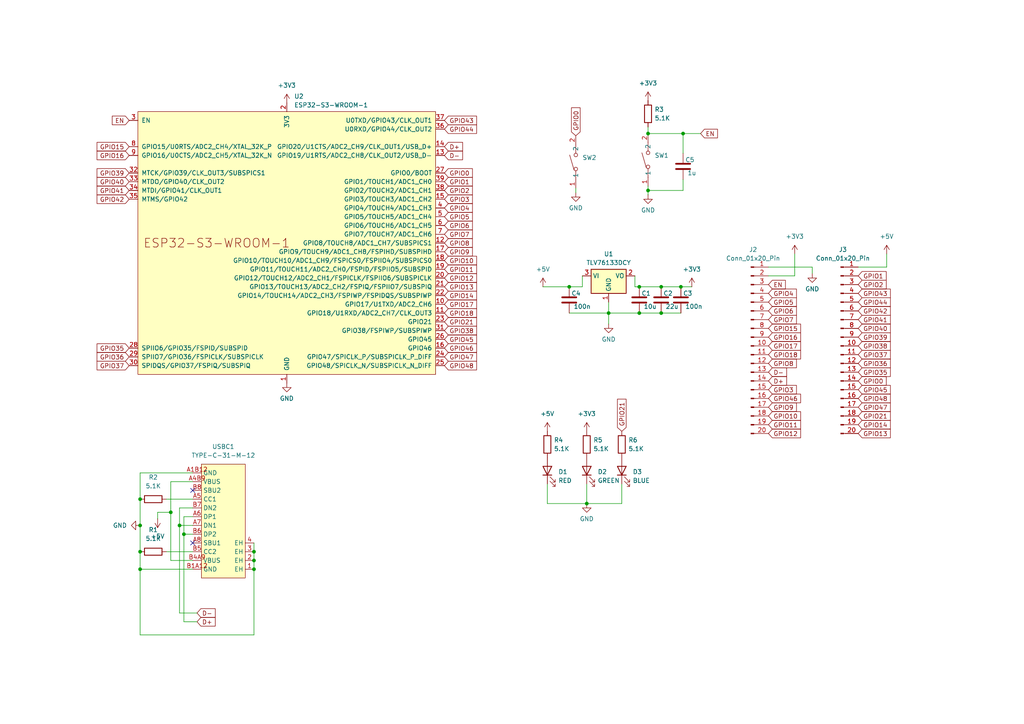
<source format=kicad_sch>
(kicad_sch
	(version 20250114)
	(generator "eeschema")
	(generator_version "9.0")
	(uuid "cb9cde49-491c-4637-83a4-9a90127d65a1")
	(paper "A4")
	(lib_symbols
		(symbol "Connector:Conn_01x20_Pin"
			(pin_names
				(offset 1.016)
				(hide yes)
			)
			(exclude_from_sim no)
			(in_bom yes)
			(on_board yes)
			(property "Reference" "J"
				(at 0 25.4 0)
				(effects
					(font
						(size 1.27 1.27)
					)
				)
			)
			(property "Value" "Conn_01x20_Pin"
				(at 0 -27.94 0)
				(effects
					(font
						(size 1.27 1.27)
					)
				)
			)
			(property "Footprint" ""
				(at 0 0 0)
				(effects
					(font
						(size 1.27 1.27)
					)
					(hide yes)
				)
			)
			(property "Datasheet" "~"
				(at 0 0 0)
				(effects
					(font
						(size 1.27 1.27)
					)
					(hide yes)
				)
			)
			(property "Description" "Generic connector, single row, 01x20, script generated"
				(at 0 0 0)
				(effects
					(font
						(size 1.27 1.27)
					)
					(hide yes)
				)
			)
			(property "ki_locked" ""
				(at 0 0 0)
				(effects
					(font
						(size 1.27 1.27)
					)
				)
			)
			(property "ki_keywords" "connector"
				(at 0 0 0)
				(effects
					(font
						(size 1.27 1.27)
					)
					(hide yes)
				)
			)
			(property "ki_fp_filters" "Connector*:*_1x??_*"
				(at 0 0 0)
				(effects
					(font
						(size 1.27 1.27)
					)
					(hide yes)
				)
			)
			(symbol "Conn_01x20_Pin_1_1"
				(rectangle
					(start 0.8636 22.987)
					(end 0 22.733)
					(stroke
						(width 0.1524)
						(type default)
					)
					(fill
						(type outline)
					)
				)
				(rectangle
					(start 0.8636 20.447)
					(end 0 20.193)
					(stroke
						(width 0.1524)
						(type default)
					)
					(fill
						(type outline)
					)
				)
				(rectangle
					(start 0.8636 17.907)
					(end 0 17.653)
					(stroke
						(width 0.1524)
						(type default)
					)
					(fill
						(type outline)
					)
				)
				(rectangle
					(start 0.8636 15.367)
					(end 0 15.113)
					(stroke
						(width 0.1524)
						(type default)
					)
					(fill
						(type outline)
					)
				)
				(rectangle
					(start 0.8636 12.827)
					(end 0 12.573)
					(stroke
						(width 0.1524)
						(type default)
					)
					(fill
						(type outline)
					)
				)
				(rectangle
					(start 0.8636 10.287)
					(end 0 10.033)
					(stroke
						(width 0.1524)
						(type default)
					)
					(fill
						(type outline)
					)
				)
				(rectangle
					(start 0.8636 7.747)
					(end 0 7.493)
					(stroke
						(width 0.1524)
						(type default)
					)
					(fill
						(type outline)
					)
				)
				(rectangle
					(start 0.8636 5.207)
					(end 0 4.953)
					(stroke
						(width 0.1524)
						(type default)
					)
					(fill
						(type outline)
					)
				)
				(rectangle
					(start 0.8636 2.667)
					(end 0 2.413)
					(stroke
						(width 0.1524)
						(type default)
					)
					(fill
						(type outline)
					)
				)
				(rectangle
					(start 0.8636 0.127)
					(end 0 -0.127)
					(stroke
						(width 0.1524)
						(type default)
					)
					(fill
						(type outline)
					)
				)
				(rectangle
					(start 0.8636 -2.413)
					(end 0 -2.667)
					(stroke
						(width 0.1524)
						(type default)
					)
					(fill
						(type outline)
					)
				)
				(rectangle
					(start 0.8636 -4.953)
					(end 0 -5.207)
					(stroke
						(width 0.1524)
						(type default)
					)
					(fill
						(type outline)
					)
				)
				(rectangle
					(start 0.8636 -7.493)
					(end 0 -7.747)
					(stroke
						(width 0.1524)
						(type default)
					)
					(fill
						(type outline)
					)
				)
				(rectangle
					(start 0.8636 -10.033)
					(end 0 -10.287)
					(stroke
						(width 0.1524)
						(type default)
					)
					(fill
						(type outline)
					)
				)
				(rectangle
					(start 0.8636 -12.573)
					(end 0 -12.827)
					(stroke
						(width 0.1524)
						(type default)
					)
					(fill
						(type outline)
					)
				)
				(rectangle
					(start 0.8636 -15.113)
					(end 0 -15.367)
					(stroke
						(width 0.1524)
						(type default)
					)
					(fill
						(type outline)
					)
				)
				(rectangle
					(start 0.8636 -17.653)
					(end 0 -17.907)
					(stroke
						(width 0.1524)
						(type default)
					)
					(fill
						(type outline)
					)
				)
				(rectangle
					(start 0.8636 -20.193)
					(end 0 -20.447)
					(stroke
						(width 0.1524)
						(type default)
					)
					(fill
						(type outline)
					)
				)
				(rectangle
					(start 0.8636 -22.733)
					(end 0 -22.987)
					(stroke
						(width 0.1524)
						(type default)
					)
					(fill
						(type outline)
					)
				)
				(rectangle
					(start 0.8636 -25.273)
					(end 0 -25.527)
					(stroke
						(width 0.1524)
						(type default)
					)
					(fill
						(type outline)
					)
				)
				(polyline
					(pts
						(xy 1.27 22.86) (xy 0.8636 22.86)
					)
					(stroke
						(width 0.1524)
						(type default)
					)
					(fill
						(type none)
					)
				)
				(polyline
					(pts
						(xy 1.27 20.32) (xy 0.8636 20.32)
					)
					(stroke
						(width 0.1524)
						(type default)
					)
					(fill
						(type none)
					)
				)
				(polyline
					(pts
						(xy 1.27 17.78) (xy 0.8636 17.78)
					)
					(stroke
						(width 0.1524)
						(type default)
					)
					(fill
						(type none)
					)
				)
				(polyline
					(pts
						(xy 1.27 15.24) (xy 0.8636 15.24)
					)
					(stroke
						(width 0.1524)
						(type default)
					)
					(fill
						(type none)
					)
				)
				(polyline
					(pts
						(xy 1.27 12.7) (xy 0.8636 12.7)
					)
					(stroke
						(width 0.1524)
						(type default)
					)
					(fill
						(type none)
					)
				)
				(polyline
					(pts
						(xy 1.27 10.16) (xy 0.8636 10.16)
					)
					(stroke
						(width 0.1524)
						(type default)
					)
					(fill
						(type none)
					)
				)
				(polyline
					(pts
						(xy 1.27 7.62) (xy 0.8636 7.62)
					)
					(stroke
						(width 0.1524)
						(type default)
					)
					(fill
						(type none)
					)
				)
				(polyline
					(pts
						(xy 1.27 5.08) (xy 0.8636 5.08)
					)
					(stroke
						(width 0.1524)
						(type default)
					)
					(fill
						(type none)
					)
				)
				(polyline
					(pts
						(xy 1.27 2.54) (xy 0.8636 2.54)
					)
					(stroke
						(width 0.1524)
						(type default)
					)
					(fill
						(type none)
					)
				)
				(polyline
					(pts
						(xy 1.27 0) (xy 0.8636 0)
					)
					(stroke
						(width 0.1524)
						(type default)
					)
					(fill
						(type none)
					)
				)
				(polyline
					(pts
						(xy 1.27 -2.54) (xy 0.8636 -2.54)
					)
					(stroke
						(width 0.1524)
						(type default)
					)
					(fill
						(type none)
					)
				)
				(polyline
					(pts
						(xy 1.27 -5.08) (xy 0.8636 -5.08)
					)
					(stroke
						(width 0.1524)
						(type default)
					)
					(fill
						(type none)
					)
				)
				(polyline
					(pts
						(xy 1.27 -7.62) (xy 0.8636 -7.62)
					)
					(stroke
						(width 0.1524)
						(type default)
					)
					(fill
						(type none)
					)
				)
				(polyline
					(pts
						(xy 1.27 -10.16) (xy 0.8636 -10.16)
					)
					(stroke
						(width 0.1524)
						(type default)
					)
					(fill
						(type none)
					)
				)
				(polyline
					(pts
						(xy 1.27 -12.7) (xy 0.8636 -12.7)
					)
					(stroke
						(width 0.1524)
						(type default)
					)
					(fill
						(type none)
					)
				)
				(polyline
					(pts
						(xy 1.27 -15.24) (xy 0.8636 -15.24)
					)
					(stroke
						(width 0.1524)
						(type default)
					)
					(fill
						(type none)
					)
				)
				(polyline
					(pts
						(xy 1.27 -17.78) (xy 0.8636 -17.78)
					)
					(stroke
						(width 0.1524)
						(type default)
					)
					(fill
						(type none)
					)
				)
				(polyline
					(pts
						(xy 1.27 -20.32) (xy 0.8636 -20.32)
					)
					(stroke
						(width 0.1524)
						(type default)
					)
					(fill
						(type none)
					)
				)
				(polyline
					(pts
						(xy 1.27 -22.86) (xy 0.8636 -22.86)
					)
					(stroke
						(width 0.1524)
						(type default)
					)
					(fill
						(type none)
					)
				)
				(polyline
					(pts
						(xy 1.27 -25.4) (xy 0.8636 -25.4)
					)
					(stroke
						(width 0.1524)
						(type default)
					)
					(fill
						(type none)
					)
				)
				(pin passive line
					(at 5.08 22.86 180)
					(length 3.81)
					(name "Pin_1"
						(effects
							(font
								(size 1.27 1.27)
							)
						)
					)
					(number "1"
						(effects
							(font
								(size 1.27 1.27)
							)
						)
					)
				)
				(pin passive line
					(at 5.08 20.32 180)
					(length 3.81)
					(name "Pin_2"
						(effects
							(font
								(size 1.27 1.27)
							)
						)
					)
					(number "2"
						(effects
							(font
								(size 1.27 1.27)
							)
						)
					)
				)
				(pin passive line
					(at 5.08 17.78 180)
					(length 3.81)
					(name "Pin_3"
						(effects
							(font
								(size 1.27 1.27)
							)
						)
					)
					(number "3"
						(effects
							(font
								(size 1.27 1.27)
							)
						)
					)
				)
				(pin passive line
					(at 5.08 15.24 180)
					(length 3.81)
					(name "Pin_4"
						(effects
							(font
								(size 1.27 1.27)
							)
						)
					)
					(number "4"
						(effects
							(font
								(size 1.27 1.27)
							)
						)
					)
				)
				(pin passive line
					(at 5.08 12.7 180)
					(length 3.81)
					(name "Pin_5"
						(effects
							(font
								(size 1.27 1.27)
							)
						)
					)
					(number "5"
						(effects
							(font
								(size 1.27 1.27)
							)
						)
					)
				)
				(pin passive line
					(at 5.08 10.16 180)
					(length 3.81)
					(name "Pin_6"
						(effects
							(font
								(size 1.27 1.27)
							)
						)
					)
					(number "6"
						(effects
							(font
								(size 1.27 1.27)
							)
						)
					)
				)
				(pin passive line
					(at 5.08 7.62 180)
					(length 3.81)
					(name "Pin_7"
						(effects
							(font
								(size 1.27 1.27)
							)
						)
					)
					(number "7"
						(effects
							(font
								(size 1.27 1.27)
							)
						)
					)
				)
				(pin passive line
					(at 5.08 5.08 180)
					(length 3.81)
					(name "Pin_8"
						(effects
							(font
								(size 1.27 1.27)
							)
						)
					)
					(number "8"
						(effects
							(font
								(size 1.27 1.27)
							)
						)
					)
				)
				(pin passive line
					(at 5.08 2.54 180)
					(length 3.81)
					(name "Pin_9"
						(effects
							(font
								(size 1.27 1.27)
							)
						)
					)
					(number "9"
						(effects
							(font
								(size 1.27 1.27)
							)
						)
					)
				)
				(pin passive line
					(at 5.08 0 180)
					(length 3.81)
					(name "Pin_10"
						(effects
							(font
								(size 1.27 1.27)
							)
						)
					)
					(number "10"
						(effects
							(font
								(size 1.27 1.27)
							)
						)
					)
				)
				(pin passive line
					(at 5.08 -2.54 180)
					(length 3.81)
					(name "Pin_11"
						(effects
							(font
								(size 1.27 1.27)
							)
						)
					)
					(number "11"
						(effects
							(font
								(size 1.27 1.27)
							)
						)
					)
				)
				(pin passive line
					(at 5.08 -5.08 180)
					(length 3.81)
					(name "Pin_12"
						(effects
							(font
								(size 1.27 1.27)
							)
						)
					)
					(number "12"
						(effects
							(font
								(size 1.27 1.27)
							)
						)
					)
				)
				(pin passive line
					(at 5.08 -7.62 180)
					(length 3.81)
					(name "Pin_13"
						(effects
							(font
								(size 1.27 1.27)
							)
						)
					)
					(number "13"
						(effects
							(font
								(size 1.27 1.27)
							)
						)
					)
				)
				(pin passive line
					(at 5.08 -10.16 180)
					(length 3.81)
					(name "Pin_14"
						(effects
							(font
								(size 1.27 1.27)
							)
						)
					)
					(number "14"
						(effects
							(font
								(size 1.27 1.27)
							)
						)
					)
				)
				(pin passive line
					(at 5.08 -12.7 180)
					(length 3.81)
					(name "Pin_15"
						(effects
							(font
								(size 1.27 1.27)
							)
						)
					)
					(number "15"
						(effects
							(font
								(size 1.27 1.27)
							)
						)
					)
				)
				(pin passive line
					(at 5.08 -15.24 180)
					(length 3.81)
					(name "Pin_16"
						(effects
							(font
								(size 1.27 1.27)
							)
						)
					)
					(number "16"
						(effects
							(font
								(size 1.27 1.27)
							)
						)
					)
				)
				(pin passive line
					(at 5.08 -17.78 180)
					(length 3.81)
					(name "Pin_17"
						(effects
							(font
								(size 1.27 1.27)
							)
						)
					)
					(number "17"
						(effects
							(font
								(size 1.27 1.27)
							)
						)
					)
				)
				(pin passive line
					(at 5.08 -20.32 180)
					(length 3.81)
					(name "Pin_18"
						(effects
							(font
								(size 1.27 1.27)
							)
						)
					)
					(number "18"
						(effects
							(font
								(size 1.27 1.27)
							)
						)
					)
				)
				(pin passive line
					(at 5.08 -22.86 180)
					(length 3.81)
					(name "Pin_19"
						(effects
							(font
								(size 1.27 1.27)
							)
						)
					)
					(number "19"
						(effects
							(font
								(size 1.27 1.27)
							)
						)
					)
				)
				(pin passive line
					(at 5.08 -25.4 180)
					(length 3.81)
					(name "Pin_20"
						(effects
							(font
								(size 1.27 1.27)
							)
						)
					)
					(number "20"
						(effects
							(font
								(size 1.27 1.27)
							)
						)
					)
				)
			)
			(embedded_fonts no)
		)
		(symbol "Device:C"
			(pin_numbers
				(hide yes)
			)
			(pin_names
				(offset 0.254)
			)
			(exclude_from_sim no)
			(in_bom yes)
			(on_board yes)
			(property "Reference" "C"
				(at 0.635 2.54 0)
				(effects
					(font
						(size 1.27 1.27)
					)
					(justify left)
				)
			)
			(property "Value" "C"
				(at 0.635 -2.54 0)
				(effects
					(font
						(size 1.27 1.27)
					)
					(justify left)
				)
			)
			(property "Footprint" ""
				(at 0.9652 -3.81 0)
				(effects
					(font
						(size 1.27 1.27)
					)
					(hide yes)
				)
			)
			(property "Datasheet" "~"
				(at 0 0 0)
				(effects
					(font
						(size 1.27 1.27)
					)
					(hide yes)
				)
			)
			(property "Description" "Unpolarized capacitor"
				(at 0 0 0)
				(effects
					(font
						(size 1.27 1.27)
					)
					(hide yes)
				)
			)
			(property "ki_keywords" "cap capacitor"
				(at 0 0 0)
				(effects
					(font
						(size 1.27 1.27)
					)
					(hide yes)
				)
			)
			(property "ki_fp_filters" "C_*"
				(at 0 0 0)
				(effects
					(font
						(size 1.27 1.27)
					)
					(hide yes)
				)
			)
			(symbol "C_0_1"
				(polyline
					(pts
						(xy -2.032 0.762) (xy 2.032 0.762)
					)
					(stroke
						(width 0.508)
						(type default)
					)
					(fill
						(type none)
					)
				)
				(polyline
					(pts
						(xy -2.032 -0.762) (xy 2.032 -0.762)
					)
					(stroke
						(width 0.508)
						(type default)
					)
					(fill
						(type none)
					)
				)
			)
			(symbol "C_1_1"
				(pin passive line
					(at 0 3.81 270)
					(length 2.794)
					(name "~"
						(effects
							(font
								(size 1.27 1.27)
							)
						)
					)
					(number "1"
						(effects
							(font
								(size 1.27 1.27)
							)
						)
					)
				)
				(pin passive line
					(at 0 -3.81 90)
					(length 2.794)
					(name "~"
						(effects
							(font
								(size 1.27 1.27)
							)
						)
					)
					(number "2"
						(effects
							(font
								(size 1.27 1.27)
							)
						)
					)
				)
			)
			(embedded_fonts no)
		)
		(symbol "Device:LED"
			(pin_numbers
				(hide yes)
			)
			(pin_names
				(offset 1.016)
				(hide yes)
			)
			(exclude_from_sim no)
			(in_bom yes)
			(on_board yes)
			(property "Reference" "D"
				(at 0 2.54 0)
				(effects
					(font
						(size 1.27 1.27)
					)
				)
			)
			(property "Value" "LED"
				(at 0 -2.54 0)
				(effects
					(font
						(size 1.27 1.27)
					)
				)
			)
			(property "Footprint" ""
				(at 0 0 0)
				(effects
					(font
						(size 1.27 1.27)
					)
					(hide yes)
				)
			)
			(property "Datasheet" "~"
				(at 0 0 0)
				(effects
					(font
						(size 1.27 1.27)
					)
					(hide yes)
				)
			)
			(property "Description" "Light emitting diode"
				(at 0 0 0)
				(effects
					(font
						(size 1.27 1.27)
					)
					(hide yes)
				)
			)
			(property "Sim.Pins" "1=K 2=A"
				(at 0 0 0)
				(effects
					(font
						(size 1.27 1.27)
					)
					(hide yes)
				)
			)
			(property "ki_keywords" "LED diode"
				(at 0 0 0)
				(effects
					(font
						(size 1.27 1.27)
					)
					(hide yes)
				)
			)
			(property "ki_fp_filters" "LED* LED_SMD:* LED_THT:*"
				(at 0 0 0)
				(effects
					(font
						(size 1.27 1.27)
					)
					(hide yes)
				)
			)
			(symbol "LED_0_1"
				(polyline
					(pts
						(xy -3.048 -0.762) (xy -4.572 -2.286) (xy -3.81 -2.286) (xy -4.572 -2.286) (xy -4.572 -1.524)
					)
					(stroke
						(width 0)
						(type default)
					)
					(fill
						(type none)
					)
				)
				(polyline
					(pts
						(xy -1.778 -0.762) (xy -3.302 -2.286) (xy -2.54 -2.286) (xy -3.302 -2.286) (xy -3.302 -1.524)
					)
					(stroke
						(width 0)
						(type default)
					)
					(fill
						(type none)
					)
				)
				(polyline
					(pts
						(xy -1.27 0) (xy 1.27 0)
					)
					(stroke
						(width 0)
						(type default)
					)
					(fill
						(type none)
					)
				)
				(polyline
					(pts
						(xy -1.27 -1.27) (xy -1.27 1.27)
					)
					(stroke
						(width 0.254)
						(type default)
					)
					(fill
						(type none)
					)
				)
				(polyline
					(pts
						(xy 1.27 -1.27) (xy 1.27 1.27) (xy -1.27 0) (xy 1.27 -1.27)
					)
					(stroke
						(width 0.254)
						(type default)
					)
					(fill
						(type none)
					)
				)
			)
			(symbol "LED_1_1"
				(pin passive line
					(at -3.81 0 0)
					(length 2.54)
					(name "K"
						(effects
							(font
								(size 1.27 1.27)
							)
						)
					)
					(number "1"
						(effects
							(font
								(size 1.27 1.27)
							)
						)
					)
				)
				(pin passive line
					(at 3.81 0 180)
					(length 2.54)
					(name "A"
						(effects
							(font
								(size 1.27 1.27)
							)
						)
					)
					(number "2"
						(effects
							(font
								(size 1.27 1.27)
							)
						)
					)
				)
			)
			(embedded_fonts no)
		)
		(symbol "Device:R"
			(pin_numbers
				(hide yes)
			)
			(pin_names
				(offset 0)
			)
			(exclude_from_sim no)
			(in_bom yes)
			(on_board yes)
			(property "Reference" "R"
				(at 2.032 0 90)
				(effects
					(font
						(size 1.27 1.27)
					)
				)
			)
			(property "Value" "R"
				(at 0 0 90)
				(effects
					(font
						(size 1.27 1.27)
					)
				)
			)
			(property "Footprint" ""
				(at -1.778 0 90)
				(effects
					(font
						(size 1.27 1.27)
					)
					(hide yes)
				)
			)
			(property "Datasheet" "~"
				(at 0 0 0)
				(effects
					(font
						(size 1.27 1.27)
					)
					(hide yes)
				)
			)
			(property "Description" "Resistor"
				(at 0 0 0)
				(effects
					(font
						(size 1.27 1.27)
					)
					(hide yes)
				)
			)
			(property "ki_keywords" "R res resistor"
				(at 0 0 0)
				(effects
					(font
						(size 1.27 1.27)
					)
					(hide yes)
				)
			)
			(property "ki_fp_filters" "R_*"
				(at 0 0 0)
				(effects
					(font
						(size 1.27 1.27)
					)
					(hide yes)
				)
			)
			(symbol "R_0_1"
				(rectangle
					(start -1.016 -2.54)
					(end 1.016 2.54)
					(stroke
						(width 0.254)
						(type default)
					)
					(fill
						(type none)
					)
				)
			)
			(symbol "R_1_1"
				(pin passive line
					(at 0 3.81 270)
					(length 1.27)
					(name "~"
						(effects
							(font
								(size 1.27 1.27)
							)
						)
					)
					(number "1"
						(effects
							(font
								(size 1.27 1.27)
							)
						)
					)
				)
				(pin passive line
					(at 0 -3.81 90)
					(length 1.27)
					(name "~"
						(effects
							(font
								(size 1.27 1.27)
							)
						)
					)
					(number "2"
						(effects
							(font
								(size 1.27 1.27)
							)
						)
					)
				)
			)
			(embedded_fonts no)
		)
		(symbol "PCM_Espressif:ESP32-S3-WROOM-1"
			(pin_names
				(offset 1.016)
			)
			(exclude_from_sim no)
			(in_bom yes)
			(on_board yes)
			(property "Reference" "U"
				(at -43.18 43.18 0)
				(effects
					(font
						(size 1.27 1.27)
					)
					(justify left)
				)
			)
			(property "Value" "ESP32-S3-WROOM-1"
				(at -43.18 40.64 0)
				(effects
					(font
						(size 1.27 1.27)
					)
					(justify left)
				)
			)
			(property "Footprint" "PCM_Espressif:ESP32-S3-WROOM-1"
				(at 2.54 -48.26 0)
				(effects
					(font
						(size 1.27 1.27)
					)
					(hide yes)
				)
			)
			(property "Datasheet" "https://www.espressif.com/sites/default/files/documentation/esp32-s3-wroom-1_wroom-1u_datasheet_en.pdf"
				(at 2.54 -50.8 0)
				(effects
					(font
						(size 1.27 1.27)
					)
					(hide yes)
				)
			)
			(property "Description" "2.4 GHz WiFi (802.11 b/g/n) and Bluetooth ® 5 (LE) module Built around ESP32S3 series of SoCs, Xtensa ® dualcore 32bit LX7 microprocessor Flash up to 16 MB, PSRAM up to 8 MB 36 GPIOs, rich set of peripherals Onboard PCB antenna"
				(at 0 0 0)
				(effects
					(font
						(size 1.27 1.27)
					)
					(hide yes)
				)
			)
			(symbol "ESP32-S3-WROOM-1_0_0"
				(text "ESP32-S3-WROOM-1"
					(at -20.32 0 0)
					(effects
						(font
							(size 2.54 2.54)
						)
					)
				)
				(pin input line
					(at -45.72 35.56 0)
					(length 2.54)
					(name "EN"
						(effects
							(font
								(size 1.27 1.27)
							)
						)
					)
					(number "3"
						(effects
							(font
								(size 1.27 1.27)
							)
						)
					)
				)
				(pin bidirectional line
					(at -45.72 27.94 0)
					(length 2.54)
					(name "GPIO15/U0RTS/ADC2_CH4/XTAL_32K_P"
						(effects
							(font
								(size 1.27 1.27)
							)
						)
					)
					(number "8"
						(effects
							(font
								(size 1.27 1.27)
							)
						)
					)
				)
				(pin bidirectional line
					(at -45.72 25.4 0)
					(length 2.54)
					(name "GPIO16/U0CTS/ADC2_CH5/XTAL_32K_N"
						(effects
							(font
								(size 1.27 1.27)
							)
						)
					)
					(number "9"
						(effects
							(font
								(size 1.27 1.27)
							)
						)
					)
				)
				(pin bidirectional line
					(at -45.72 20.32 0)
					(length 2.54)
					(name "MTCK/GPIO39/CLK_OUT3/SUBSPICS1"
						(effects
							(font
								(size 1.27 1.27)
							)
						)
					)
					(number "32"
						(effects
							(font
								(size 1.27 1.27)
							)
						)
					)
				)
				(pin bidirectional line
					(at -45.72 17.78 0)
					(length 2.54)
					(name "MTDO/GPIO40/CLK_OUT2"
						(effects
							(font
								(size 1.27 1.27)
							)
						)
					)
					(number "33"
						(effects
							(font
								(size 1.27 1.27)
							)
						)
					)
				)
				(pin bidirectional line
					(at -45.72 15.24 0)
					(length 2.54)
					(name "MTDI/GPIO41/CLK_OUT1"
						(effects
							(font
								(size 1.27 1.27)
							)
						)
					)
					(number "34"
						(effects
							(font
								(size 1.27 1.27)
							)
						)
					)
				)
				(pin bidirectional line
					(at -45.72 12.7 0)
					(length 2.54)
					(name "MTMS/GPIO42"
						(effects
							(font
								(size 1.27 1.27)
							)
						)
					)
					(number "35"
						(effects
							(font
								(size 1.27 1.27)
							)
						)
					)
				)
				(pin bidirectional line
					(at -45.72 -30.48 0)
					(length 2.54)
					(name "SPIIO6/GPIO35/FSPID/SUBSPID"
						(effects
							(font
								(size 1.27 1.27)
							)
						)
					)
					(number "28"
						(effects
							(font
								(size 1.27 1.27)
							)
						)
					)
				)
				(pin bidirectional line
					(at -45.72 -33.02 0)
					(length 2.54)
					(name "SPIIO7/GPIO36/FSPICLK/SUBSPICLK"
						(effects
							(font
								(size 1.27 1.27)
							)
						)
					)
					(number "29"
						(effects
							(font
								(size 1.27 1.27)
							)
						)
					)
				)
				(pin bidirectional line
					(at -45.72 -35.56 0)
					(length 2.54)
					(name "SPIDQS/GPIO37/FSPIQ/SUBSPIQ"
						(effects
							(font
								(size 1.27 1.27)
							)
						)
					)
					(number "30"
						(effects
							(font
								(size 1.27 1.27)
							)
						)
					)
				)
				(pin power_in line
					(at 0 40.64 270)
					(length 2.54)
					(name "3V3"
						(effects
							(font
								(size 1.27 1.27)
							)
						)
					)
					(number "2"
						(effects
							(font
								(size 1.27 1.27)
							)
						)
					)
				)
				(pin power_in line
					(at 0 -40.64 90)
					(length 2.54)
					(name "GND"
						(effects
							(font
								(size 1.27 1.27)
							)
						)
					)
					(number "1"
						(effects
							(font
								(size 1.27 1.27)
							)
						)
					)
				)
				(pin passive line
					(at 0 -40.64 90)
					(length 2.54)
					(hide yes)
					(name "GND"
						(effects
							(font
								(size 1.27 1.27)
							)
						)
					)
					(number "40"
						(effects
							(font
								(size 1.27 1.27)
							)
						)
					)
				)
				(pin passive line
					(at 0 -40.64 90)
					(length 2.54)
					(hide yes)
					(name "GND"
						(effects
							(font
								(size 1.27 1.27)
							)
						)
					)
					(number "41"
						(effects
							(font
								(size 1.27 1.27)
							)
						)
					)
				)
				(pin bidirectional line
					(at 45.72 35.56 180)
					(length 2.54)
					(name "U0TXD/GPIO43/CLK_OUT1"
						(effects
							(font
								(size 1.27 1.27)
							)
						)
					)
					(number "37"
						(effects
							(font
								(size 1.27 1.27)
							)
						)
					)
				)
				(pin bidirectional line
					(at 45.72 33.02 180)
					(length 2.54)
					(name "U0RXD/GPIO44/CLK_OUT2"
						(effects
							(font
								(size 1.27 1.27)
							)
						)
					)
					(number "36"
						(effects
							(font
								(size 1.27 1.27)
							)
						)
					)
				)
				(pin bidirectional line
					(at 45.72 27.94 180)
					(length 2.54)
					(name "GPIO20/U1CTS/ADC2_CH9/CLK_OUT1/USB_D+"
						(effects
							(font
								(size 1.27 1.27)
							)
						)
					)
					(number "14"
						(effects
							(font
								(size 1.27 1.27)
							)
						)
					)
				)
				(pin bidirectional line
					(at 45.72 25.4 180)
					(length 2.54)
					(name "GPIO19/U1RTS/ADC2_CH8/CLK_OUT2/USB_D-"
						(effects
							(font
								(size 1.27 1.27)
							)
						)
					)
					(number "13"
						(effects
							(font
								(size 1.27 1.27)
							)
						)
					)
				)
				(pin bidirectional line
					(at 45.72 20.32 180)
					(length 2.54)
					(name "GPIO0/BOOT"
						(effects
							(font
								(size 1.27 1.27)
							)
						)
					)
					(number "27"
						(effects
							(font
								(size 1.27 1.27)
							)
						)
					)
				)
				(pin bidirectional line
					(at 45.72 17.78 180)
					(length 2.54)
					(name "GPIO1/TOUCH1/ADC1_CH0"
						(effects
							(font
								(size 1.27 1.27)
							)
						)
					)
					(number "39"
						(effects
							(font
								(size 1.27 1.27)
							)
						)
					)
				)
				(pin bidirectional line
					(at 45.72 15.24 180)
					(length 2.54)
					(name "GPIO2/TOUCH2/ADC1_CH1"
						(effects
							(font
								(size 1.27 1.27)
							)
						)
					)
					(number "38"
						(effects
							(font
								(size 1.27 1.27)
							)
						)
					)
				)
				(pin bidirectional line
					(at 45.72 12.7 180)
					(length 2.54)
					(name "GPIO3/TOUCH3/ADC1_CH2"
						(effects
							(font
								(size 1.27 1.27)
							)
						)
					)
					(number "15"
						(effects
							(font
								(size 1.27 1.27)
							)
						)
					)
				)
				(pin bidirectional line
					(at 45.72 10.16 180)
					(length 2.54)
					(name "GPIO4/TOUCH4/ADC1_CH3"
						(effects
							(font
								(size 1.27 1.27)
							)
						)
					)
					(number "4"
						(effects
							(font
								(size 1.27 1.27)
							)
						)
					)
				)
				(pin bidirectional line
					(at 45.72 7.62 180)
					(length 2.54)
					(name "GPIO5/TOUCH5/ADC1_CH4"
						(effects
							(font
								(size 1.27 1.27)
							)
						)
					)
					(number "5"
						(effects
							(font
								(size 1.27 1.27)
							)
						)
					)
				)
				(pin bidirectional line
					(at 45.72 5.08 180)
					(length 2.54)
					(name "GPIO6/TOUCH6/ADC1_CH5"
						(effects
							(font
								(size 1.27 1.27)
							)
						)
					)
					(number "6"
						(effects
							(font
								(size 1.27 1.27)
							)
						)
					)
				)
				(pin bidirectional line
					(at 45.72 2.54 180)
					(length 2.54)
					(name "GPIO7/TOUCH7/ADC1_CH6"
						(effects
							(font
								(size 1.27 1.27)
							)
						)
					)
					(number "7"
						(effects
							(font
								(size 1.27 1.27)
							)
						)
					)
				)
				(pin bidirectional line
					(at 45.72 0 180)
					(length 2.54)
					(name "GPIO8/TOUCH8/ADC1_CH7/SUBSPICS1"
						(effects
							(font
								(size 1.27 1.27)
							)
						)
					)
					(number "12"
						(effects
							(font
								(size 1.27 1.27)
							)
						)
					)
				)
				(pin bidirectional line
					(at 45.72 -2.54 180)
					(length 2.54)
					(name "GPIO9/TOUCH9/ADC1_CH8/FSPIHD/SUBSPIHD"
						(effects
							(font
								(size 1.27 1.27)
							)
						)
					)
					(number "17"
						(effects
							(font
								(size 1.27 1.27)
							)
						)
					)
				)
				(pin bidirectional line
					(at 45.72 -5.08 180)
					(length 2.54)
					(name "GPIO10/TOUCH10/ADC1_CH9/FSPICS0/FSPIIO4/SUBSPICS0"
						(effects
							(font
								(size 1.27 1.27)
							)
						)
					)
					(number "18"
						(effects
							(font
								(size 1.27 1.27)
							)
						)
					)
				)
				(pin bidirectional line
					(at 45.72 -7.62 180)
					(length 2.54)
					(name "GPIO11/TOUCH11/ADC2_CH0/FSPID/FSPIIO5/SUBSPID"
						(effects
							(font
								(size 1.27 1.27)
							)
						)
					)
					(number "19"
						(effects
							(font
								(size 1.27 1.27)
							)
						)
					)
				)
				(pin bidirectional line
					(at 45.72 -10.16 180)
					(length 2.54)
					(name "GPIO12/TOUCH12/ADC2_CH1/FSPICLK/FSPIIO6/SUBSPICLK"
						(effects
							(font
								(size 1.27 1.27)
							)
						)
					)
					(number "20"
						(effects
							(font
								(size 1.27 1.27)
							)
						)
					)
				)
				(pin bidirectional line
					(at 45.72 -12.7 180)
					(length 2.54)
					(name "GPIO13/TOUCH13/ADC2_CH2/FSPIQ/FSPIIO7/SUBSPIQ"
						(effects
							(font
								(size 1.27 1.27)
							)
						)
					)
					(number "21"
						(effects
							(font
								(size 1.27 1.27)
							)
						)
					)
				)
				(pin bidirectional line
					(at 45.72 -15.24 180)
					(length 2.54)
					(name "GPIO14/TOUCH14/ADC2_CH3/FSPIWP/FSPIDQS/SUBSPIWP"
						(effects
							(font
								(size 1.27 1.27)
							)
						)
					)
					(number "22"
						(effects
							(font
								(size 1.27 1.27)
							)
						)
					)
				)
				(pin bidirectional line
					(at 45.72 -17.78 180)
					(length 2.54)
					(name "GPIO17/U1TXD/ADC2_CH6"
						(effects
							(font
								(size 1.27 1.27)
							)
						)
					)
					(number "10"
						(effects
							(font
								(size 1.27 1.27)
							)
						)
					)
				)
				(pin bidirectional line
					(at 45.72 -20.32 180)
					(length 2.54)
					(name "GPIO18/U1RXD/ADC2_CH7/CLK_OUT3"
						(effects
							(font
								(size 1.27 1.27)
							)
						)
					)
					(number "11"
						(effects
							(font
								(size 1.27 1.27)
							)
						)
					)
				)
				(pin bidirectional line
					(at 45.72 -22.86 180)
					(length 2.54)
					(name "GPIO21"
						(effects
							(font
								(size 1.27 1.27)
							)
						)
					)
					(number "23"
						(effects
							(font
								(size 1.27 1.27)
							)
						)
					)
				)
				(pin bidirectional line
					(at 45.72 -25.4 180)
					(length 2.54)
					(name "GPIO38/FSPIWP/SUBSPIWP"
						(effects
							(font
								(size 1.27 1.27)
							)
						)
					)
					(number "31"
						(effects
							(font
								(size 1.27 1.27)
							)
						)
					)
				)
				(pin bidirectional line
					(at 45.72 -27.94 180)
					(length 2.54)
					(name "GPIO45"
						(effects
							(font
								(size 1.27 1.27)
							)
						)
					)
					(number "26"
						(effects
							(font
								(size 1.27 1.27)
							)
						)
					)
				)
				(pin bidirectional line
					(at 45.72 -30.48 180)
					(length 2.54)
					(name "GPIO46"
						(effects
							(font
								(size 1.27 1.27)
							)
						)
					)
					(number "16"
						(effects
							(font
								(size 1.27 1.27)
							)
						)
					)
				)
				(pin bidirectional line
					(at 45.72 -33.02 180)
					(length 2.54)
					(name "GPIO47/SPICLK_P/SUBSPICLK_P_DIFF"
						(effects
							(font
								(size 1.27 1.27)
							)
						)
					)
					(number "24"
						(effects
							(font
								(size 1.27 1.27)
							)
						)
					)
				)
				(pin bidirectional line
					(at 45.72 -35.56 180)
					(length 2.54)
					(name "GPIO48/SPICLK_N/SUBSPICLK_N_DIFF"
						(effects
							(font
								(size 1.27 1.27)
							)
						)
					)
					(number "25"
						(effects
							(font
								(size 1.27 1.27)
							)
						)
					)
				)
			)
			(symbol "ESP32-S3-WROOM-1_0_1"
				(rectangle
					(start -43.18 38.1)
					(end 43.18 -38.1)
					(stroke
						(width 0)
						(type default)
					)
					(fill
						(type background)
					)
				)
			)
			(embedded_fonts no)
		)
		(symbol "Regulator_Linear:TLV76133DCY"
			(exclude_from_sim no)
			(in_bom yes)
			(on_board yes)
			(property "Reference" "U"
				(at -7.62 6.35 0)
				(effects
					(font
						(size 1.27 1.27)
					)
					(justify left)
				)
			)
			(property "Value" "TLV76133DCY"
				(at -1.27 6.35 0)
				(effects
					(font
						(size 1.27 1.27)
					)
					(justify left)
				)
			)
			(property "Footprint" "Package_TO_SOT_SMD:SOT-223-3_TabPin2"
				(at 0 -11.43 0)
				(effects
					(font
						(size 1.27 1.27)
					)
					(hide yes)
				)
			)
			(property "Datasheet" "https://www.ti.com/lit/ds/symlink/tlv761.pdf"
				(at 0 -13.97 0)
				(effects
					(font
						(size 1.27 1.27)
					)
					(hide yes)
				)
			)
			(property "Description" "3.3V, 1A, Low Noise, High-PSRR LDO Regulator, 2.5V...16V input, SOT-223"
				(at 0 0 0)
				(effects
					(font
						(size 1.27 1.27)
					)
					(hide yes)
				)
			)
			(property "ki_keywords" "voltage fixed low-dropout"
				(at 0 0 0)
				(effects
					(font
						(size 1.27 1.27)
					)
					(hide yes)
				)
			)
			(property "ki_fp_filters" "SOT*223*"
				(at 0 0 0)
				(effects
					(font
						(size 1.27 1.27)
					)
					(hide yes)
				)
			)
			(symbol "TLV76133DCY_0_1"
				(rectangle
					(start -5.08 -5.08)
					(end 5.08 1.905)
					(stroke
						(width 0.254)
						(type default)
					)
					(fill
						(type background)
					)
				)
			)
			(symbol "TLV76133DCY_1_1"
				(pin power_in line
					(at -7.62 0 0)
					(length 2.54)
					(name "VI"
						(effects
							(font
								(size 1.27 1.27)
							)
						)
					)
					(number "3"
						(effects
							(font
								(size 1.27 1.27)
							)
						)
					)
				)
				(pin power_in line
					(at 0 -7.62 90)
					(length 2.54)
					(name "GND"
						(effects
							(font
								(size 1.27 1.27)
							)
						)
					)
					(number "1"
						(effects
							(font
								(size 1.27 1.27)
							)
						)
					)
				)
				(pin power_out line
					(at 7.62 0 180)
					(length 2.54)
					(name "VO"
						(effects
							(font
								(size 1.27 1.27)
							)
						)
					)
					(number "2"
						(effects
							(font
								(size 1.27 1.27)
							)
						)
					)
				)
			)
			(embedded_fonts no)
		)
		(symbol "easyeda2kicad:TS-1088-AR02016"
			(exclude_from_sim no)
			(in_bom yes)
			(on_board yes)
			(property "Reference" "SW"
				(at 0 5.08 0)
				(effects
					(font
						(size 1.27 1.27)
					)
				)
			)
			(property "Value" "TS-1088-AR02016"
				(at 0 -5.08 0)
				(effects
					(font
						(size 1.27 1.27)
					)
				)
			)
			(property "Footprint" "easyeda2kicad:SW-SMD_L3.9-W3.0-P4.45"
				(at 0 -7.62 0)
				(effects
					(font
						(size 1.27 1.27)
					)
					(hide yes)
				)
			)
			(property "Datasheet" "https://lcsc.com/product-detail/Tactile-Switches_XUNPU-TS-1088-AR02016_C720477.html"
				(at 0 -10.16 0)
				(effects
					(font
						(size 1.27 1.27)
					)
					(hide yes)
				)
			)
			(property "Description" ""
				(at 0 0 0)
				(effects
					(font
						(size 1.27 1.27)
					)
					(hide yes)
				)
			)
			(property "LCSC Part" "C720477"
				(at 0 -12.7 0)
				(effects
					(font
						(size 1.27 1.27)
					)
					(hide yes)
				)
			)
			(symbol "TS-1088-AR02016_0_1"
				(polyline
					(pts
						(xy -5.08 0) (xy -2.54 0)
					)
					(stroke
						(width 0)
						(type default)
					)
					(fill
						(type none)
					)
				)
				(polyline
					(pts
						(xy -2.29 0.51) (xy 2.03 1.78)
					)
					(stroke
						(width 0)
						(type default)
					)
					(fill
						(type none)
					)
				)
				(circle
					(center -2.03 0)
					(radius 0.51)
					(stroke
						(width 0)
						(type default)
					)
					(fill
						(type none)
					)
				)
				(circle
					(center 2.03 0)
					(radius 0.51)
					(stroke
						(width 0)
						(type default)
					)
					(fill
						(type none)
					)
				)
				(polyline
					(pts
						(xy 5.08 0) (xy 2.54 0)
					)
					(stroke
						(width 0)
						(type default)
					)
					(fill
						(type none)
					)
				)
				(pin unspecified line
					(at -7.62 0 0)
					(length 2.54)
					(name "1"
						(effects
							(font
								(size 1.27 1.27)
							)
						)
					)
					(number "1"
						(effects
							(font
								(size 1.27 1.27)
							)
						)
					)
				)
				(pin unspecified line
					(at 7.62 0 180)
					(length 2.54)
					(name "2"
						(effects
							(font
								(size 1.27 1.27)
							)
						)
					)
					(number "2"
						(effects
							(font
								(size 1.27 1.27)
							)
						)
					)
				)
			)
			(embedded_fonts no)
		)
		(symbol "power:+3V3"
			(power)
			(pin_numbers
				(hide yes)
			)
			(pin_names
				(offset 0)
				(hide yes)
			)
			(exclude_from_sim no)
			(in_bom yes)
			(on_board yes)
			(property "Reference" "#PWR"
				(at 0 -3.81 0)
				(effects
					(font
						(size 1.27 1.27)
					)
					(hide yes)
				)
			)
			(property "Value" "+3V3"
				(at 0 3.556 0)
				(effects
					(font
						(size 1.27 1.27)
					)
				)
			)
			(property "Footprint" ""
				(at 0 0 0)
				(effects
					(font
						(size 1.27 1.27)
					)
					(hide yes)
				)
			)
			(property "Datasheet" ""
				(at 0 0 0)
				(effects
					(font
						(size 1.27 1.27)
					)
					(hide yes)
				)
			)
			(property "Description" "Power symbol creates a global label with name \"+3V3\""
				(at 0 0 0)
				(effects
					(font
						(size 1.27 1.27)
					)
					(hide yes)
				)
			)
			(property "ki_keywords" "global power"
				(at 0 0 0)
				(effects
					(font
						(size 1.27 1.27)
					)
					(hide yes)
				)
			)
			(symbol "+3V3_0_1"
				(polyline
					(pts
						(xy -0.762 1.27) (xy 0 2.54)
					)
					(stroke
						(width 0)
						(type default)
					)
					(fill
						(type none)
					)
				)
				(polyline
					(pts
						(xy 0 2.54) (xy 0.762 1.27)
					)
					(stroke
						(width 0)
						(type default)
					)
					(fill
						(type none)
					)
				)
				(polyline
					(pts
						(xy 0 0) (xy 0 2.54)
					)
					(stroke
						(width 0)
						(type default)
					)
					(fill
						(type none)
					)
				)
			)
			(symbol "+3V3_1_1"
				(pin power_in line
					(at 0 0 90)
					(length 0)
					(name "~"
						(effects
							(font
								(size 1.27 1.27)
							)
						)
					)
					(number "1"
						(effects
							(font
								(size 1.27 1.27)
							)
						)
					)
				)
			)
			(embedded_fonts no)
		)
		(symbol "power:+5V"
			(power)
			(pin_numbers
				(hide yes)
			)
			(pin_names
				(offset 0)
				(hide yes)
			)
			(exclude_from_sim no)
			(in_bom yes)
			(on_board yes)
			(property "Reference" "#PWR"
				(at 0 -3.81 0)
				(effects
					(font
						(size 1.27 1.27)
					)
					(hide yes)
				)
			)
			(property "Value" "+5V"
				(at 0 3.556 0)
				(effects
					(font
						(size 1.27 1.27)
					)
				)
			)
			(property "Footprint" ""
				(at 0 0 0)
				(effects
					(font
						(size 1.27 1.27)
					)
					(hide yes)
				)
			)
			(property "Datasheet" ""
				(at 0 0 0)
				(effects
					(font
						(size 1.27 1.27)
					)
					(hide yes)
				)
			)
			(property "Description" "Power symbol creates a global label with name \"+5V\""
				(at 0 0 0)
				(effects
					(font
						(size 1.27 1.27)
					)
					(hide yes)
				)
			)
			(property "ki_keywords" "global power"
				(at 0 0 0)
				(effects
					(font
						(size 1.27 1.27)
					)
					(hide yes)
				)
			)
			(symbol "+5V_0_1"
				(polyline
					(pts
						(xy -0.762 1.27) (xy 0 2.54)
					)
					(stroke
						(width 0)
						(type default)
					)
					(fill
						(type none)
					)
				)
				(polyline
					(pts
						(xy 0 2.54) (xy 0.762 1.27)
					)
					(stroke
						(width 0)
						(type default)
					)
					(fill
						(type none)
					)
				)
				(polyline
					(pts
						(xy 0 0) (xy 0 2.54)
					)
					(stroke
						(width 0)
						(type default)
					)
					(fill
						(type none)
					)
				)
			)
			(symbol "+5V_1_1"
				(pin power_in line
					(at 0 0 90)
					(length 0)
					(name "~"
						(effects
							(font
								(size 1.27 1.27)
							)
						)
					)
					(number "1"
						(effects
							(font
								(size 1.27 1.27)
							)
						)
					)
				)
			)
			(embedded_fonts no)
		)
		(symbol "power:GND"
			(power)
			(pin_numbers
				(hide yes)
			)
			(pin_names
				(offset 0)
				(hide yes)
			)
			(exclude_from_sim no)
			(in_bom yes)
			(on_board yes)
			(property "Reference" "#PWR"
				(at 0 -6.35 0)
				(effects
					(font
						(size 1.27 1.27)
					)
					(hide yes)
				)
			)
			(property "Value" "GND"
				(at 0 -3.81 0)
				(effects
					(font
						(size 1.27 1.27)
					)
				)
			)
			(property "Footprint" ""
				(at 0 0 0)
				(effects
					(font
						(size 1.27 1.27)
					)
					(hide yes)
				)
			)
			(property "Datasheet" ""
				(at 0 0 0)
				(effects
					(font
						(size 1.27 1.27)
					)
					(hide yes)
				)
			)
			(property "Description" "Power symbol creates a global label with name \"GND\" , ground"
				(at 0 0 0)
				(effects
					(font
						(size 1.27 1.27)
					)
					(hide yes)
				)
			)
			(property "ki_keywords" "global power"
				(at 0 0 0)
				(effects
					(font
						(size 1.27 1.27)
					)
					(hide yes)
				)
			)
			(symbol "GND_0_1"
				(polyline
					(pts
						(xy 0 0) (xy 0 -1.27) (xy 1.27 -1.27) (xy 0 -2.54) (xy -1.27 -1.27) (xy 0 -1.27)
					)
					(stroke
						(width 0)
						(type default)
					)
					(fill
						(type none)
					)
				)
			)
			(symbol "GND_1_1"
				(pin power_in line
					(at 0 0 270)
					(length 0)
					(name "~"
						(effects
							(font
								(size 1.27 1.27)
							)
						)
					)
					(number "1"
						(effects
							(font
								(size 1.27 1.27)
							)
						)
					)
				)
			)
			(embedded_fonts no)
		)
		(symbol "typec:TYPE-C-31-M-12"
			(exclude_from_sim no)
			(in_bom yes)
			(on_board yes)
			(property "Reference" "USBC"
				(at 0 19.05 0)
				(effects
					(font
						(size 1.27 1.27)
					)
				)
			)
			(property "Value" "TYPE-C-31-M-12"
				(at 0 -19.05 0)
				(effects
					(font
						(size 1.27 1.27)
					)
				)
			)
			(property "Footprint" "easyeda2kicad:USB-C_SMD-TYPE-C-31-M-12_1"
				(at 0 -21.59 0)
				(effects
					(font
						(size 1.27 1.27)
					)
					(hide yes)
				)
			)
			(property "Datasheet" "https://lcsc.com/product-detail/USB-Type-C_Korean-Hroparts-Elec-TYPE-C-31-M-12_C165948.html"
				(at 0 -24.13 0)
				(effects
					(font
						(size 1.27 1.27)
					)
					(hide yes)
				)
			)
			(property "Description" ""
				(at 0 0 0)
				(effects
					(font
						(size 1.27 1.27)
					)
					(hide yes)
				)
			)
			(property "LCSC Part" "C165948"
				(at 0 -26.67 0)
				(effects
					(font
						(size 1.27 1.27)
					)
					(hide yes)
				)
			)
			(symbol "TYPE-C-31-M-12_0_1"
				(rectangle
					(start -6.35 16.51)
					(end 6.35 -16.51)
					(stroke
						(width 0)
						(type default)
					)
					(fill
						(type background)
					)
				)
				(pin unspecified line
					(at -8.89 13.97 0)
					(length 2.54)
					(name "GND"
						(effects
							(font
								(size 1.27 1.27)
							)
						)
					)
					(number "A1B12"
						(effects
							(font
								(size 1.27 1.27)
							)
						)
					)
				)
				(pin unspecified line
					(at -8.89 11.43 0)
					(length 2.54)
					(name "VBUS"
						(effects
							(font
								(size 1.27 1.27)
							)
						)
					)
					(number "A4B9"
						(effects
							(font
								(size 1.27 1.27)
							)
						)
					)
				)
				(pin unspecified line
					(at -8.89 8.89 0)
					(length 2.54)
					(name "SBU2"
						(effects
							(font
								(size 1.27 1.27)
							)
						)
					)
					(number "B8"
						(effects
							(font
								(size 1.27 1.27)
							)
						)
					)
				)
				(pin unspecified line
					(at -8.89 6.35 0)
					(length 2.54)
					(name "CC1"
						(effects
							(font
								(size 1.27 1.27)
							)
						)
					)
					(number "A5"
						(effects
							(font
								(size 1.27 1.27)
							)
						)
					)
				)
				(pin unspecified line
					(at -8.89 3.81 0)
					(length 2.54)
					(name "DN2"
						(effects
							(font
								(size 1.27 1.27)
							)
						)
					)
					(number "B7"
						(effects
							(font
								(size 1.27 1.27)
							)
						)
					)
				)
				(pin unspecified line
					(at -8.89 1.27 0)
					(length 2.54)
					(name "DP1"
						(effects
							(font
								(size 1.27 1.27)
							)
						)
					)
					(number "A6"
						(effects
							(font
								(size 1.27 1.27)
							)
						)
					)
				)
				(pin unspecified line
					(at -8.89 -1.27 0)
					(length 2.54)
					(name "DN1"
						(effects
							(font
								(size 1.27 1.27)
							)
						)
					)
					(number "A7"
						(effects
							(font
								(size 1.27 1.27)
							)
						)
					)
				)
				(pin unspecified line
					(at -8.89 -3.81 0)
					(length 2.54)
					(name "DP2"
						(effects
							(font
								(size 1.27 1.27)
							)
						)
					)
					(number "B6"
						(effects
							(font
								(size 1.27 1.27)
							)
						)
					)
				)
				(pin unspecified line
					(at -8.89 -6.35 0)
					(length 2.54)
					(name "SBU1"
						(effects
							(font
								(size 1.27 1.27)
							)
						)
					)
					(number "A8"
						(effects
							(font
								(size 1.27 1.27)
							)
						)
					)
				)
				(pin unspecified line
					(at -8.89 -8.89 0)
					(length 2.54)
					(name "CC2"
						(effects
							(font
								(size 1.27 1.27)
							)
						)
					)
					(number "B5"
						(effects
							(font
								(size 1.27 1.27)
							)
						)
					)
				)
				(pin unspecified line
					(at -8.89 -11.43 0)
					(length 2.54)
					(name "VBUS"
						(effects
							(font
								(size 1.27 1.27)
							)
						)
					)
					(number "B4A9"
						(effects
							(font
								(size 1.27 1.27)
							)
						)
					)
				)
				(pin unspecified line
					(at -8.89 -13.97 0)
					(length 2.54)
					(name "GND"
						(effects
							(font
								(size 1.27 1.27)
							)
						)
					)
					(number "B1A12"
						(effects
							(font
								(size 1.27 1.27)
							)
						)
					)
				)
				(pin unspecified line
					(at 8.89 -6.35 180)
					(length 2.54)
					(name "EH"
						(effects
							(font
								(size 1.27 1.27)
							)
						)
					)
					(number "4"
						(effects
							(font
								(size 1.27 1.27)
							)
						)
					)
				)
				(pin unspecified line
					(at 8.89 -8.89 180)
					(length 2.54)
					(name "EH"
						(effects
							(font
								(size 1.27 1.27)
							)
						)
					)
					(number "3"
						(effects
							(font
								(size 1.27 1.27)
							)
						)
					)
				)
				(pin unspecified line
					(at 8.89 -11.43 180)
					(length 2.54)
					(name "EH"
						(effects
							(font
								(size 1.27 1.27)
							)
						)
					)
					(number "2"
						(effects
							(font
								(size 1.27 1.27)
							)
						)
					)
				)
				(pin unspecified line
					(at 8.89 -13.97 180)
					(length 2.54)
					(name "EH"
						(effects
							(font
								(size 1.27 1.27)
							)
						)
					)
					(number "1"
						(effects
							(font
								(size 1.27 1.27)
							)
						)
					)
				)
			)
			(embedded_fonts no)
		)
	)
	(junction
		(at 40.64 144.78)
		(diameter 0)
		(color 0 0 0 0)
		(uuid "011cd542-863a-4dd5-9134-b8438fed8c3f")
	)
	(junction
		(at 170.18 146.05)
		(diameter 0)
		(color 0 0 0 0)
		(uuid "1f06bfeb-a7aa-4d93-9faa-00e3b84daa1a")
	)
	(junction
		(at 185.42 90.805)
		(diameter 0)
		(color 0 0 0 0)
		(uuid "22ff892e-a307-47dc-bf7b-f07bfd081a55")
	)
	(junction
		(at 40.64 152.4)
		(diameter 0)
		(color 0 0 0 0)
		(uuid "2a640f65-a078-4e66-91e7-d5c43b1ffba8")
	)
	(junction
		(at 165.1 83.185)
		(diameter 0)
		(color 0 0 0 0)
		(uuid "2ae18081-adee-40dd-9180-b2d3a6164e90")
	)
	(junction
		(at 187.96 38.735)
		(diameter 0)
		(color 0 0 0 0)
		(uuid "31d3f570-6003-46cf-835b-297dd4da7b50")
	)
	(junction
		(at 176.53 90.805)
		(diameter 0)
		(color 0 0 0 0)
		(uuid "33d378af-c81a-46d2-b9ab-6c7dded3aa6f")
	)
	(junction
		(at 191.77 90.805)
		(diameter 0)
		(color 0 0 0 0)
		(uuid "44f1a4d9-0549-40c6-8e48-0faca3803fee")
	)
	(junction
		(at 198.12 38.735)
		(diameter 0)
		(color 0 0 0 0)
		(uuid "528e7c82-61f1-4f43-a215-dec533d1cc99")
	)
	(junction
		(at 73.66 165.1)
		(diameter 0)
		(color 0 0 0 0)
		(uuid "571e5e98-f11d-4d6c-8d9a-9a47a0bf53db")
	)
	(junction
		(at 53.34 154.94)
		(diameter 0)
		(color 0 0 0 0)
		(uuid "76973453-0ac9-47b9-a236-3e527d4379fa")
	)
	(junction
		(at 40.64 160.02)
		(diameter 0)
		(color 0 0 0 0)
		(uuid "7e0954c6-8c26-4724-a0d0-65bbff660f03")
	)
	(junction
		(at 52.07 152.4)
		(diameter 0)
		(color 0 0 0 0)
		(uuid "869aac49-e2e3-474d-a234-0d786432b5f3")
	)
	(junction
		(at 191.77 83.185)
		(diameter 0)
		(color 0 0 0 0)
		(uuid "a3b69959-5f6d-416d-a2ff-41cb8aad590d")
	)
	(junction
		(at 73.66 160.02)
		(diameter 0)
		(color 0 0 0 0)
		(uuid "bfd57680-77ac-4126-a6b6-093328c66dce")
	)
	(junction
		(at 40.64 165.1)
		(diameter 0)
		(color 0 0 0 0)
		(uuid "cf933ca6-15e9-42f3-9892-93fda65b31e5")
	)
	(junction
		(at 73.66 162.56)
		(diameter 0)
		(color 0 0 0 0)
		(uuid "dc056bd9-e5e1-464f-bd15-929972c2b8c3")
	)
	(junction
		(at 49.53 148.59)
		(diameter 0)
		(color 0 0 0 0)
		(uuid "e15970f0-6d14-4cc2-bd6f-3ec3a8ea1051")
	)
	(junction
		(at 197.485 83.185)
		(diameter 0)
		(color 0 0 0 0)
		(uuid "e3d26bdf-2dd8-492d-8890-8b0fe8632caf")
	)
	(junction
		(at 187.96 55.245)
		(diameter 0)
		(color 0 0 0 0)
		(uuid "e5ddf711-40b0-40b5-b760-b79b0dc70dd0")
	)
	(junction
		(at 185.42 83.185)
		(diameter 0)
		(color 0 0 0 0)
		(uuid "e615707e-aa5d-409d-9ff9-f4bd526368d2")
	)
	(no_connect
		(at 55.88 142.24)
		(uuid "447580d8-6e2b-4423-8dbd-09c3f15dd4b8")
	)
	(no_connect
		(at 55.88 157.48)
		(uuid "74cfb8d4-27a7-4970-bd2d-333d1fb1a878")
	)
	(wire
		(pts
			(xy 45.72 150.495) (xy 45.72 148.59)
		)
		(stroke
			(width 0)
			(type default)
		)
		(uuid "05fc300e-7fed-4d14-a52a-7b92b3aa95fa")
	)
	(wire
		(pts
			(xy 170.18 146.05) (xy 180.34 146.05)
		)
		(stroke
			(width 0)
			(type default)
		)
		(uuid "13597f72-c65d-48a3-96b8-9e6b67154d35")
	)
	(wire
		(pts
			(xy 49.53 162.56) (xy 55.88 162.56)
		)
		(stroke
			(width 0)
			(type default)
		)
		(uuid "17f38818-dabc-4877-ab69-251a007593c9")
	)
	(wire
		(pts
			(xy 40.64 184.15) (xy 40.64 165.1)
		)
		(stroke
			(width 0)
			(type default)
		)
		(uuid "1b99ee34-e195-456c-a5d2-f3ea638c4aab")
	)
	(wire
		(pts
			(xy 158.75 140.335) (xy 158.75 146.05)
		)
		(stroke
			(width 0)
			(type default)
		)
		(uuid "1c1b0f37-48ab-4062-a563-5cbfbb50edf6")
	)
	(wire
		(pts
			(xy 222.885 77.47) (xy 235.585 77.47)
		)
		(stroke
			(width 0)
			(type default)
		)
		(uuid "278051ec-d9c7-46cd-9970-c7631ba21171")
	)
	(wire
		(pts
			(xy 187.96 55.245) (xy 198.12 55.245)
		)
		(stroke
			(width 0)
			(type default)
		)
		(uuid "29bb2773-2eee-4ea3-aba9-302c6646f282")
	)
	(wire
		(pts
			(xy 176.53 90.805) (xy 185.42 90.805)
		)
		(stroke
			(width 0)
			(type default)
		)
		(uuid "2bd80312-3622-4ae2-a87e-4bf9c1580ebc")
	)
	(wire
		(pts
			(xy 55.88 149.86) (xy 53.34 149.86)
		)
		(stroke
			(width 0)
			(type default)
		)
		(uuid "2c2e8a26-aa76-4752-8e65-04b1c7c9a839")
	)
	(wire
		(pts
			(xy 73.66 160.02) (xy 73.66 162.56)
		)
		(stroke
			(width 0)
			(type default)
		)
		(uuid "2d3ecaa8-8a41-4b44-bff6-c110580748fe")
	)
	(wire
		(pts
			(xy 53.34 149.86) (xy 53.34 154.94)
		)
		(stroke
			(width 0)
			(type default)
		)
		(uuid "30938082-bccf-4f0a-a603-98aef18bf61f")
	)
	(wire
		(pts
			(xy 235.585 77.47) (xy 235.585 79.375)
		)
		(stroke
			(width 0)
			(type default)
		)
		(uuid "317716ca-3fce-48ca-b391-d7d1b913a37d")
	)
	(wire
		(pts
			(xy 198.12 38.735) (xy 203.2 38.735)
		)
		(stroke
			(width 0)
			(type default)
		)
		(uuid "333da5b7-0b93-4bed-bf41-974a5fe9b57a")
	)
	(wire
		(pts
			(xy 184.15 80.01) (xy 184.15 83.185)
		)
		(stroke
			(width 0)
			(type default)
		)
		(uuid "36cd7bd7-9918-4631-8d56-7d44ae8b21f5")
	)
	(wire
		(pts
			(xy 73.66 165.1) (xy 73.66 184.15)
		)
		(stroke
			(width 0)
			(type default)
		)
		(uuid "3d9513c0-76f6-4cac-8ac8-79fabce881a3")
	)
	(wire
		(pts
			(xy 185.42 90.805) (xy 191.77 90.805)
		)
		(stroke
			(width 0)
			(type default)
		)
		(uuid "3dbcac26-4f4f-4874-bc67-3f1e210afb5b")
	)
	(wire
		(pts
			(xy 257.175 73.66) (xy 257.175 77.47)
		)
		(stroke
			(width 0)
			(type default)
		)
		(uuid "475ca4ce-7d28-4dd1-a137-6af604e99e3f")
	)
	(wire
		(pts
			(xy 48.26 160.02) (xy 55.88 160.02)
		)
		(stroke
			(width 0)
			(type default)
		)
		(uuid "567aa370-5e2f-4da0-8a6b-da3f54e0c025")
	)
	(wire
		(pts
			(xy 165.1 90.805) (xy 176.53 90.805)
		)
		(stroke
			(width 0)
			(type default)
		)
		(uuid "56ce4041-4a9f-4709-b993-85dd47ac2094")
	)
	(wire
		(pts
			(xy 48.26 144.78) (xy 55.88 144.78)
		)
		(stroke
			(width 0)
			(type default)
		)
		(uuid "5d932591-d472-413d-bd36-5ae6e68a5f15")
	)
	(wire
		(pts
			(xy 73.66 162.56) (xy 73.66 165.1)
		)
		(stroke
			(width 0)
			(type default)
		)
		(uuid "5e477e4b-5b7b-466c-95e8-a7b4597ab10d")
	)
	(wire
		(pts
			(xy 53.34 154.94) (xy 55.88 154.94)
		)
		(stroke
			(width 0)
			(type default)
		)
		(uuid "61ffb57f-15a9-4045-b9a4-2ca18d5ec9cf")
	)
	(wire
		(pts
			(xy 248.92 77.47) (xy 257.175 77.47)
		)
		(stroke
			(width 0)
			(type default)
		)
		(uuid "626a3ff6-02c5-4c34-94c8-b325f95c56cc")
	)
	(wire
		(pts
			(xy 55.88 139.7) (xy 49.53 139.7)
		)
		(stroke
			(width 0)
			(type default)
		)
		(uuid "64a16a66-6553-4138-903f-3c872b6dc910")
	)
	(wire
		(pts
			(xy 176.53 87.63) (xy 176.53 90.805)
		)
		(stroke
			(width 0)
			(type default)
		)
		(uuid "6bbb28e9-7776-4057-838f-77f2a013ebc4")
	)
	(wire
		(pts
			(xy 157.48 83.185) (xy 165.1 83.185)
		)
		(stroke
			(width 0)
			(type default)
		)
		(uuid "70847c0b-eb4c-4420-9fc2-06ae060316a5")
	)
	(wire
		(pts
			(xy 222.885 80.01) (xy 230.505 80.01)
		)
		(stroke
			(width 0)
			(type default)
		)
		(uuid "753e7f60-aa23-45ff-92a2-b5ca2ec5cc3f")
	)
	(wire
		(pts
			(xy 165.1 83.185) (xy 168.91 83.185)
		)
		(stroke
			(width 0)
			(type default)
		)
		(uuid "7b5c57f6-14a6-4014-a06b-8ec8d9a7ac49")
	)
	(wire
		(pts
			(xy 40.64 137.16) (xy 40.64 144.78)
		)
		(stroke
			(width 0)
			(type default)
		)
		(uuid "82ba49c2-d33f-49c0-af59-95997c2d199d")
	)
	(wire
		(pts
			(xy 198.12 38.735) (xy 198.12 44.45)
		)
		(stroke
			(width 0)
			(type default)
		)
		(uuid "84acdaa1-484c-4b63-8383-9843f6373278")
	)
	(wire
		(pts
			(xy 170.18 140.335) (xy 170.18 146.05)
		)
		(stroke
			(width 0)
			(type default)
		)
		(uuid "84ba6d82-a5cd-4961-90d0-2c23adc24d82")
	)
	(wire
		(pts
			(xy 55.88 147.32) (xy 52.07 147.32)
		)
		(stroke
			(width 0)
			(type default)
		)
		(uuid "87585998-a9bb-4dcb-a511-7948f0e44871")
	)
	(wire
		(pts
			(xy 73.66 157.48) (xy 73.66 160.02)
		)
		(stroke
			(width 0)
			(type default)
		)
		(uuid "938a6c3f-9d38-47e2-a8e2-96c28ed729b2")
	)
	(wire
		(pts
			(xy 40.64 160.02) (xy 40.64 165.1)
		)
		(stroke
			(width 0)
			(type default)
		)
		(uuid "96366971-c17f-4b8e-aa2b-da63f885ab79")
	)
	(wire
		(pts
			(xy 52.07 177.8) (xy 57.15 177.8)
		)
		(stroke
			(width 0)
			(type default)
		)
		(uuid "9ce8b0da-e908-4964-802f-a39297774da6")
	)
	(wire
		(pts
			(xy 184.15 83.185) (xy 185.42 83.185)
		)
		(stroke
			(width 0)
			(type default)
		)
		(uuid "a155389d-6fdd-42b6-bf6c-c235601f8cb9")
	)
	(wire
		(pts
			(xy 52.07 152.4) (xy 55.88 152.4)
		)
		(stroke
			(width 0)
			(type default)
		)
		(uuid "a1e0be06-74c2-422c-801d-79e411680e61")
	)
	(wire
		(pts
			(xy 52.07 152.4) (xy 52.07 177.8)
		)
		(stroke
			(width 0)
			(type default)
		)
		(uuid "a3c11d10-90d6-486d-8258-6dc1eea68cc7")
	)
	(wire
		(pts
			(xy 187.96 53.975) (xy 187.96 55.245)
		)
		(stroke
			(width 0)
			(type default)
		)
		(uuid "acfdde8f-5441-482c-8ab7-e79894a47a3c")
	)
	(wire
		(pts
			(xy 176.53 90.805) (xy 176.53 93.98)
		)
		(stroke
			(width 0)
			(type default)
		)
		(uuid "ad661927-d193-4439-9d5d-4626d52c67c8")
	)
	(wire
		(pts
			(xy 158.75 146.05) (xy 170.18 146.05)
		)
		(stroke
			(width 0)
			(type default)
		)
		(uuid "ae9167fc-d801-45d4-a06f-60246a2f92c8")
	)
	(wire
		(pts
			(xy 73.66 184.15) (xy 40.64 184.15)
		)
		(stroke
			(width 0)
			(type default)
		)
		(uuid "af78e685-f3d0-4f35-b632-e88c1162970c")
	)
	(wire
		(pts
			(xy 53.34 180.34) (xy 57.15 180.34)
		)
		(stroke
			(width 0)
			(type default)
		)
		(uuid "b425b8bf-cf30-4905-a9d9-ae9f993cc3c6")
	)
	(wire
		(pts
			(xy 40.64 144.78) (xy 40.64 152.4)
		)
		(stroke
			(width 0)
			(type default)
		)
		(uuid "b4520cd8-9542-413e-9fce-79f4d9a0a75d")
	)
	(wire
		(pts
			(xy 168.91 80.01) (xy 168.91 83.185)
		)
		(stroke
			(width 0)
			(type default)
		)
		(uuid "b5de0b4e-0920-4bcc-a055-80f21a9ec63b")
	)
	(wire
		(pts
			(xy 198.12 52.07) (xy 198.12 55.245)
		)
		(stroke
			(width 0)
			(type default)
		)
		(uuid "bb26a94f-3c10-4911-ab69-2d25e1d83f02")
	)
	(wire
		(pts
			(xy 49.53 148.59) (xy 49.53 162.56)
		)
		(stroke
			(width 0)
			(type default)
		)
		(uuid "bb2c34c3-d838-4380-a6ac-dd0f4ed21a74")
	)
	(wire
		(pts
			(xy 55.88 137.16) (xy 40.64 137.16)
		)
		(stroke
			(width 0)
			(type default)
		)
		(uuid "bfd60572-ed1a-47d6-8662-5b4d6b6852ab")
	)
	(wire
		(pts
			(xy 197.485 83.185) (xy 200.66 83.185)
		)
		(stroke
			(width 0)
			(type default)
		)
		(uuid "c01ab7b8-1a3e-4248-821c-d5864d0d4701")
	)
	(wire
		(pts
			(xy 40.64 152.4) (xy 40.64 160.02)
		)
		(stroke
			(width 0)
			(type default)
		)
		(uuid "c0f1f4aa-f885-4425-8478-248e7f4edb40")
	)
	(wire
		(pts
			(xy 180.34 140.335) (xy 180.34 146.05)
		)
		(stroke
			(width 0)
			(type default)
		)
		(uuid "c240bd19-a285-48d9-9b91-62c0e635cef4")
	)
	(wire
		(pts
			(xy 191.77 83.185) (xy 197.485 83.185)
		)
		(stroke
			(width 0)
			(type default)
		)
		(uuid "c31ef048-e246-47fd-9e79-b2043698818d")
	)
	(wire
		(pts
			(xy 230.505 73.66) (xy 230.505 80.01)
		)
		(stroke
			(width 0)
			(type default)
		)
		(uuid "cb7dd8c2-0933-42b1-ac5d-d7d996636c9d")
	)
	(wire
		(pts
			(xy 187.96 36.83) (xy 187.96 38.735)
		)
		(stroke
			(width 0)
			(type default)
		)
		(uuid "cd3b53e0-b1ed-41fc-817e-758f34755d45")
	)
	(wire
		(pts
			(xy 53.34 154.94) (xy 53.34 180.34)
		)
		(stroke
			(width 0)
			(type default)
		)
		(uuid "d29f2f61-f9af-4e83-bd4f-9dbc56a92056")
	)
	(wire
		(pts
			(xy 49.53 148.59) (xy 45.72 148.59)
		)
		(stroke
			(width 0)
			(type default)
		)
		(uuid "d2d6b67e-a13d-42aa-b446-180202be1e4c")
	)
	(wire
		(pts
			(xy 40.64 165.1) (xy 55.88 165.1)
		)
		(stroke
			(width 0)
			(type default)
		)
		(uuid "e62e2b6b-f87f-44b1-bfdd-4f17d0bd09ed")
	)
	(wire
		(pts
			(xy 49.53 139.7) (xy 49.53 148.59)
		)
		(stroke
			(width 0)
			(type default)
		)
		(uuid "e68f8b4f-eeb6-4201-956b-b205c7cfe01e")
	)
	(wire
		(pts
			(xy 185.42 83.185) (xy 191.77 83.185)
		)
		(stroke
			(width 0)
			(type default)
		)
		(uuid "ec2fbe16-5a1f-456c-94c4-468826364fb0")
	)
	(wire
		(pts
			(xy 191.77 90.805) (xy 197.485 90.805)
		)
		(stroke
			(width 0)
			(type default)
		)
		(uuid "ee5dd569-f483-4923-9c04-522bf070081f")
	)
	(wire
		(pts
			(xy 52.07 147.32) (xy 52.07 152.4)
		)
		(stroke
			(width 0)
			(type default)
		)
		(uuid "f26fc12d-82e3-4b5c-87ef-6ea42d3bcf81")
	)
	(wire
		(pts
			(xy 187.96 55.245) (xy 187.96 56.515)
		)
		(stroke
			(width 0)
			(type default)
		)
		(uuid "f7031a07-48fb-459e-8d5d-40e6bc86dfb1")
	)
	(wire
		(pts
			(xy 167.005 55.88) (xy 167.005 54.61)
		)
		(stroke
			(width 0)
			(type default)
		)
		(uuid "f9613da3-084f-492b-bccb-a8490185640c")
	)
	(wire
		(pts
			(xy 187.96 38.735) (xy 198.12 38.735)
		)
		(stroke
			(width 0)
			(type default)
		)
		(uuid "fd25eef1-7916-4c36-966e-b3a3c35f076b")
	)
	(global_label "GPIO42"
		(shape input)
		(at 248.92 90.17 0)
		(fields_autoplaced yes)
		(effects
			(font
				(size 1.27 1.27)
			)
			(justify left)
		)
		(uuid "027eb8a9-b5af-4da8-a6f3-5b0a7aac86d4")
		(property "Intersheetrefs" "${INTERSHEET_REFS}"
			(at 258.7995 90.17 0)
			(effects
				(font
					(size 1.27 1.27)
				)
				(justify left)
				(hide yes)
			)
		)
	)
	(global_label "GPIO37"
		(shape input)
		(at 248.92 102.87 0)
		(fields_autoplaced yes)
		(effects
			(font
				(size 1.27 1.27)
			)
			(justify left)
		)
		(uuid "0497f7e4-16a2-4505-a7dd-bbe0cf4756ba")
		(property "Intersheetrefs" "${INTERSHEET_REFS}"
			(at 258.7995 102.87 0)
			(effects
				(font
					(size 1.27 1.27)
				)
				(justify left)
				(hide yes)
			)
		)
	)
	(global_label "GPIO39"
		(shape input)
		(at 37.465 50.165 180)
		(fields_autoplaced yes)
		(effects
			(font
				(size 1.27 1.27)
			)
			(justify right)
		)
		(uuid "0748e28e-356f-423d-ac0b-8f6fbe16c02e")
		(property "Intersheetrefs" "${INTERSHEET_REFS}"
			(at 27.5855 50.165 0)
			(effects
				(font
					(size 1.27 1.27)
				)
				(justify right)
				(hide yes)
			)
		)
	)
	(global_label "GPIO39"
		(shape input)
		(at 248.92 97.79 0)
		(fields_autoplaced yes)
		(effects
			(font
				(size 1.27 1.27)
			)
			(justify left)
		)
		(uuid "08269e22-eb17-4c7a-82c5-91bef04d367e")
		(property "Intersheetrefs" "${INTERSHEET_REFS}"
			(at 258.7995 97.79 0)
			(effects
				(font
					(size 1.27 1.27)
				)
				(justify left)
				(hide yes)
			)
		)
	)
	(global_label "GPIO1"
		(shape input)
		(at 128.905 52.705 0)
		(fields_autoplaced yes)
		(effects
			(font
				(size 1.27 1.27)
			)
			(justify left)
		)
		(uuid "0b03167b-1e98-4b04-8586-957c64c87472")
		(property "Intersheetrefs" "${INTERSHEET_REFS}"
			(at 137.575 52.705 0)
			(effects
				(font
					(size 1.27 1.27)
				)
				(justify left)
				(hide yes)
			)
		)
	)
	(global_label "GPIO41"
		(shape input)
		(at 37.465 55.245 180)
		(fields_autoplaced yes)
		(effects
			(font
				(size 1.27 1.27)
			)
			(justify right)
		)
		(uuid "0cd1f78d-fa46-4455-b177-a5a604bca8d5")
		(property "Intersheetrefs" "${INTERSHEET_REFS}"
			(at 27.5855 55.245 0)
			(effects
				(font
					(size 1.27 1.27)
				)
				(justify right)
				(hide yes)
			)
		)
	)
	(global_label "GPIO21"
		(shape input)
		(at 128.905 93.345 0)
		(fields_autoplaced yes)
		(effects
			(font
				(size 1.27 1.27)
			)
			(justify left)
		)
		(uuid "0d131448-4ded-47ff-b02d-449ac8b0e214")
		(property "Intersheetrefs" "${INTERSHEET_REFS}"
			(at 138.7845 93.345 0)
			(effects
				(font
					(size 1.27 1.27)
				)
				(justify left)
				(hide yes)
			)
		)
	)
	(global_label "GPIO2"
		(shape input)
		(at 128.905 55.245 0)
		(fields_autoplaced yes)
		(effects
			(font
				(size 1.27 1.27)
			)
			(justify left)
		)
		(uuid "0dbeafb3-68d0-4260-8850-260c898962c1")
		(property "Intersheetrefs" "${INTERSHEET_REFS}"
			(at 137.575 55.245 0)
			(effects
				(font
					(size 1.27 1.27)
				)
				(justify left)
				(hide yes)
			)
		)
	)
	(global_label "GPIO41"
		(shape input)
		(at 248.92 92.71 0)
		(fields_autoplaced yes)
		(effects
			(font
				(size 1.27 1.27)
			)
			(justify left)
		)
		(uuid "12a67ff4-3beb-4e73-a376-b0dd4a2363b9")
		(property "Intersheetrefs" "${INTERSHEET_REFS}"
			(at 258.7995 92.71 0)
			(effects
				(font
					(size 1.27 1.27)
				)
				(justify left)
				(hide yes)
			)
		)
	)
	(global_label "GPIO40"
		(shape input)
		(at 37.465 52.705 180)
		(fields_autoplaced yes)
		(effects
			(font
				(size 1.27 1.27)
			)
			(justify right)
		)
		(uuid "1336dd74-478a-43b1-abdd-5d41859185a0")
		(property "Intersheetrefs" "${INTERSHEET_REFS}"
			(at 27.5855 52.705 0)
			(effects
				(font
					(size 1.27 1.27)
				)
				(justify right)
				(hide yes)
			)
		)
	)
	(global_label "GPIO36"
		(shape input)
		(at 248.92 105.41 0)
		(fields_autoplaced yes)
		(effects
			(font
				(size 1.27 1.27)
			)
			(justify left)
		)
		(uuid "1585bcba-37d2-4080-b11e-7c2e5b43afbd")
		(property "Intersheetrefs" "${INTERSHEET_REFS}"
			(at 258.7995 105.41 0)
			(effects
				(font
					(size 1.27 1.27)
				)
				(justify left)
				(hide yes)
			)
		)
	)
	(global_label "GPIO4"
		(shape input)
		(at 128.905 60.325 0)
		(fields_autoplaced yes)
		(effects
			(font
				(size 1.27 1.27)
			)
			(justify left)
		)
		(uuid "17ec3ca9-8334-4c99-a281-ec250d641e13")
		(property "Intersheetrefs" "${INTERSHEET_REFS}"
			(at 137.575 60.325 0)
			(effects
				(font
					(size 1.27 1.27)
				)
				(justify left)
				(hide yes)
			)
		)
	)
	(global_label "GPIO18"
		(shape input)
		(at 222.885 102.87 0)
		(fields_autoplaced yes)
		(effects
			(font
				(size 1.27 1.27)
			)
			(justify left)
		)
		(uuid "18ea69c8-5f31-404e-8e41-6746024c58c3")
		(property "Intersheetrefs" "${INTERSHEET_REFS}"
			(at 232.7645 102.87 0)
			(effects
				(font
					(size 1.27 1.27)
				)
				(justify left)
				(hide yes)
			)
		)
	)
	(global_label "GPIO4"
		(shape input)
		(at 222.885 85.09 0)
		(fields_autoplaced yes)
		(effects
			(font
				(size 1.27 1.27)
			)
			(justify left)
		)
		(uuid "1a780e59-6367-4e09-998e-7d6e8be5cb0c")
		(property "Intersheetrefs" "${INTERSHEET_REFS}"
			(at 231.555 85.09 0)
			(effects
				(font
					(size 1.27 1.27)
				)
				(justify left)
				(hide yes)
			)
		)
	)
	(global_label "GPIO6"
		(shape input)
		(at 128.905 65.405 0)
		(fields_autoplaced yes)
		(effects
			(font
				(size 1.27 1.27)
			)
			(justify left)
		)
		(uuid "202287a4-da9a-4fd1-ae34-a624fd601b7b")
		(property "Intersheetrefs" "${INTERSHEET_REFS}"
			(at 137.575 65.405 0)
			(effects
				(font
					(size 1.27 1.27)
				)
				(justify left)
				(hide yes)
			)
		)
	)
	(global_label "GPIO8"
		(shape input)
		(at 222.885 105.41 0)
		(fields_autoplaced yes)
		(effects
			(font
				(size 1.27 1.27)
			)
			(justify left)
		)
		(uuid "22bd94d7-f398-4adf-b229-b957c4817af6")
		(property "Intersheetrefs" "${INTERSHEET_REFS}"
			(at 231.555 105.41 0)
			(effects
				(font
					(size 1.27 1.27)
				)
				(justify left)
				(hide yes)
			)
		)
	)
	(global_label "GPIO47"
		(shape input)
		(at 248.92 118.11 0)
		(fields_autoplaced yes)
		(effects
			(font
				(size 1.27 1.27)
			)
			(justify left)
		)
		(uuid "24ced5da-3842-492c-9efb-d1d15d72646e")
		(property "Intersheetrefs" "${INTERSHEET_REFS}"
			(at 258.7995 118.11 0)
			(effects
				(font
					(size 1.27 1.27)
				)
				(justify left)
				(hide yes)
			)
		)
	)
	(global_label "GPIO14"
		(shape input)
		(at 128.905 85.725 0)
		(fields_autoplaced yes)
		(effects
			(font
				(size 1.27 1.27)
			)
			(justify left)
		)
		(uuid "24e977de-b078-4a44-86fe-3c9ef39e8f22")
		(property "Intersheetrefs" "${INTERSHEET_REFS}"
			(at 138.7845 85.725 0)
			(effects
				(font
					(size 1.27 1.27)
				)
				(justify left)
				(hide yes)
			)
		)
	)
	(global_label "EN"
		(shape input)
		(at 222.885 82.55 0)
		(fields_autoplaced yes)
		(effects
			(font
				(size 1.27 1.27)
			)
			(justify left)
		)
		(uuid "2a0e7ec9-5abe-4dfe-9023-f79d24cb5729")
		(property "Intersheetrefs" "${INTERSHEET_REFS}"
			(at 228.3497 82.55 0)
			(effects
				(font
					(size 1.27 1.27)
				)
				(justify left)
				(hide yes)
			)
		)
	)
	(global_label "GPIO7"
		(shape input)
		(at 128.905 67.945 0)
		(fields_autoplaced yes)
		(effects
			(font
				(size 1.27 1.27)
			)
			(justify left)
		)
		(uuid "2a7d3e63-cb5e-4bd0-a8fd-a4389d2636d2")
		(property "Intersheetrefs" "${INTERSHEET_REFS}"
			(at 137.575 67.945 0)
			(effects
				(font
					(size 1.27 1.27)
				)
				(justify left)
				(hide yes)
			)
		)
	)
	(global_label "GPIO35"
		(shape input)
		(at 248.92 107.95 0)
		(fields_autoplaced yes)
		(effects
			(font
				(size 1.27 1.27)
			)
			(justify left)
		)
		(uuid "31e11c42-e9fc-4268-9026-a76208fe191e")
		(property "Intersheetrefs" "${INTERSHEET_REFS}"
			(at 258.7995 107.95 0)
			(effects
				(font
					(size 1.27 1.27)
				)
				(justify left)
				(hide yes)
			)
		)
	)
	(global_label "GPIO45"
		(shape input)
		(at 128.905 98.425 0)
		(fields_autoplaced yes)
		(effects
			(font
				(size 1.27 1.27)
			)
			(justify left)
		)
		(uuid "35c79baa-3045-4030-beed-9abc399bcb50")
		(property "Intersheetrefs" "${INTERSHEET_REFS}"
			(at 138.7845 98.425 0)
			(effects
				(font
					(size 1.27 1.27)
				)
				(justify left)
				(hide yes)
			)
		)
	)
	(global_label "GPIO11"
		(shape input)
		(at 222.885 123.19 0)
		(fields_autoplaced yes)
		(effects
			(font
				(size 1.27 1.27)
			)
			(justify left)
		)
		(uuid "3684f245-8a7b-4213-beb0-a54dd64880d8")
		(property "Intersheetrefs" "${INTERSHEET_REFS}"
			(at 232.7645 123.19 0)
			(effects
				(font
					(size 1.27 1.27)
				)
				(justify left)
				(hide yes)
			)
		)
	)
	(global_label "GPIO40"
		(shape input)
		(at 248.92 95.25 0)
		(fields_autoplaced yes)
		(effects
			(font
				(size 1.27 1.27)
			)
			(justify left)
		)
		(uuid "38c16e0c-e8ea-4cb0-8c81-10814ba8614c")
		(property "Intersheetrefs" "${INTERSHEET_REFS}"
			(at 258.7995 95.25 0)
			(effects
				(font
					(size 1.27 1.27)
				)
				(justify left)
				(hide yes)
			)
		)
	)
	(global_label "GPIO13"
		(shape input)
		(at 128.905 83.185 0)
		(fields_autoplaced yes)
		(effects
			(font
				(size 1.27 1.27)
			)
			(justify left)
		)
		(uuid "3df316f5-691d-4e31-8844-24df3bdf8d72")
		(property "Intersheetrefs" "${INTERSHEET_REFS}"
			(at 138.7845 83.185 0)
			(effects
				(font
					(size 1.27 1.27)
				)
				(justify left)
				(hide yes)
			)
		)
	)
	(global_label "GPIO1"
		(shape input)
		(at 248.92 80.01 0)
		(fields_autoplaced yes)
		(effects
			(font
				(size 1.27 1.27)
			)
			(justify left)
		)
		(uuid "42573b34-6773-4735-904f-6ab427da5b3d")
		(property "Intersheetrefs" "${INTERSHEET_REFS}"
			(at 257.59 80.01 0)
			(effects
				(font
					(size 1.27 1.27)
				)
				(justify left)
				(hide yes)
			)
		)
	)
	(global_label "GPIO10"
		(shape input)
		(at 128.905 75.565 0)
		(fields_autoplaced yes)
		(effects
			(font
				(size 1.27 1.27)
			)
			(justify left)
		)
		(uuid "430d0d68-64fd-46ca-a6b7-ab8efd7bcbb5")
		(property "Intersheetrefs" "${INTERSHEET_REFS}"
			(at 138.7845 75.565 0)
			(effects
				(font
					(size 1.27 1.27)
				)
				(justify left)
				(hide yes)
			)
		)
	)
	(global_label "GPIO43"
		(shape input)
		(at 128.905 34.925 0)
		(fields_autoplaced yes)
		(effects
			(font
				(size 1.27 1.27)
			)
			(justify left)
		)
		(uuid "439f7bcd-7264-442c-a23b-60fe75fa7900")
		(property "Intersheetrefs" "${INTERSHEET_REFS}"
			(at 138.7845 34.925 0)
			(effects
				(font
					(size 1.27 1.27)
				)
				(justify left)
				(hide yes)
			)
		)
	)
	(global_label "GPIO46"
		(shape input)
		(at 128.905 100.965 0)
		(fields_autoplaced yes)
		(effects
			(font
				(size 1.27 1.27)
			)
			(justify left)
		)
		(uuid "4b663242-5103-4514-8a12-c48f6290c659")
		(property "Intersheetrefs" "${INTERSHEET_REFS}"
			(at 138.7845 100.965 0)
			(effects
				(font
					(size 1.27 1.27)
				)
				(justify left)
				(hide yes)
			)
		)
	)
	(global_label "GPIO45"
		(shape input)
		(at 248.92 113.03 0)
		(fields_autoplaced yes)
		(effects
			(font
				(size 1.27 1.27)
			)
			(justify left)
		)
		(uuid "593985e7-f887-45dd-9751-7d2c264f0b6e")
		(property "Intersheetrefs" "${INTERSHEET_REFS}"
			(at 258.7995 113.03 0)
			(effects
				(font
					(size 1.27 1.27)
				)
				(justify left)
				(hide yes)
			)
		)
	)
	(global_label "GPIO9"
		(shape input)
		(at 222.885 118.11 0)
		(fields_autoplaced yes)
		(effects
			(font
				(size 1.27 1.27)
			)
			(justify left)
		)
		(uuid "594739c7-9343-497d-92ac-f5f78f2b7645")
		(property "Intersheetrefs" "${INTERSHEET_REFS}"
			(at 231.555 118.11 0)
			(effects
				(font
					(size 1.27 1.27)
				)
				(justify left)
				(hide yes)
			)
		)
	)
	(global_label "GPIO3"
		(shape input)
		(at 222.885 113.03 0)
		(fields_autoplaced yes)
		(effects
			(font
				(size 1.27 1.27)
			)
			(justify left)
		)
		(uuid "60fb9073-d26d-4b51-a9e2-6a1875e3951d")
		(property "Intersheetrefs" "${INTERSHEET_REFS}"
			(at 231.555 113.03 0)
			(effects
				(font
					(size 1.27 1.27)
				)
				(justify left)
				(hide yes)
			)
		)
	)
	(global_label "GPIO15"
		(shape input)
		(at 222.885 95.25 0)
		(fields_autoplaced yes)
		(effects
			(font
				(size 1.27 1.27)
			)
			(justify left)
		)
		(uuid "6360d37b-492a-4867-ac48-721efd16d303")
		(property "Intersheetrefs" "${INTERSHEET_REFS}"
			(at 232.7645 95.25 0)
			(effects
				(font
					(size 1.27 1.27)
				)
				(justify left)
				(hide yes)
			)
		)
	)
	(global_label "EN"
		(shape input)
		(at 37.465 34.925 180)
		(fields_autoplaced yes)
		(effects
			(font
				(size 1.27 1.27)
			)
			(justify right)
		)
		(uuid "683fde98-19c1-4953-b279-0514e25b8a1b")
		(property "Intersheetrefs" "${INTERSHEET_REFS}"
			(at 32.0003 34.925 0)
			(effects
				(font
					(size 1.27 1.27)
				)
				(justify right)
				(hide yes)
			)
		)
	)
	(global_label "GPIO13"
		(shape input)
		(at 248.92 125.73 0)
		(fields_autoplaced yes)
		(effects
			(font
				(size 1.27 1.27)
			)
			(justify left)
		)
		(uuid "6f946b5a-988d-4fc6-81a1-e23bc5bb54e8")
		(property "Intersheetrefs" "${INTERSHEET_REFS}"
			(at 258.7995 125.73 0)
			(effects
				(font
					(size 1.27 1.27)
				)
				(justify left)
				(hide yes)
			)
		)
	)
	(global_label "GPIO12"
		(shape input)
		(at 222.885 125.73 0)
		(fields_autoplaced yes)
		(effects
			(font
				(size 1.27 1.27)
			)
			(justify left)
		)
		(uuid "706a7109-4e5f-4fc0-bda9-b3adacc551bf")
		(property "Intersheetrefs" "${INTERSHEET_REFS}"
			(at 232.7645 125.73 0)
			(effects
				(font
					(size 1.27 1.27)
				)
				(justify left)
				(hide yes)
			)
		)
	)
	(global_label "GPIO5"
		(shape input)
		(at 128.905 62.865 0)
		(fields_autoplaced yes)
		(effects
			(font
				(size 1.27 1.27)
			)
			(justify left)
		)
		(uuid "744492c1-fb6f-414e-9e41-968af4bf1781")
		(property "Intersheetrefs" "${INTERSHEET_REFS}"
			(at 137.575 62.865 0)
			(effects
				(font
					(size 1.27 1.27)
				)
				(justify left)
				(hide yes)
			)
		)
	)
	(global_label "GPIO42"
		(shape input)
		(at 37.465 57.785 180)
		(fields_autoplaced yes)
		(effects
			(font
				(size 1.27 1.27)
			)
			(justify right)
		)
		(uuid "783241ef-cea0-4aeb-a012-5a9a96ed8390")
		(property "Intersheetrefs" "${INTERSHEET_REFS}"
			(at 27.5855 57.785 0)
			(effects
				(font
					(size 1.27 1.27)
				)
				(justify right)
				(hide yes)
			)
		)
	)
	(global_label "GPIO48"
		(shape input)
		(at 128.905 106.045 0)
		(fields_autoplaced yes)
		(effects
			(font
				(size 1.27 1.27)
			)
			(justify left)
		)
		(uuid "7a70a9f7-3fb8-40b1-bc65-48818723283a")
		(property "Intersheetrefs" "${INTERSHEET_REFS}"
			(at 138.7845 106.045 0)
			(effects
				(font
					(size 1.27 1.27)
				)
				(justify left)
				(hide yes)
			)
		)
	)
	(global_label "GPIO46"
		(shape input)
		(at 222.885 115.57 0)
		(fields_autoplaced yes)
		(effects
			(font
				(size 1.27 1.27)
			)
			(justify left)
		)
		(uuid "7c4076ba-a922-4b8c-a321-3e6859172d0f")
		(property "Intersheetrefs" "${INTERSHEET_REFS}"
			(at 232.7645 115.57 0)
			(effects
				(font
					(size 1.27 1.27)
				)
				(justify left)
				(hide yes)
			)
		)
	)
	(global_label "GPIO16"
		(shape input)
		(at 222.885 97.79 0)
		(fields_autoplaced yes)
		(effects
			(font
				(size 1.27 1.27)
			)
			(justify left)
		)
		(uuid "837deca2-ded6-4339-ada2-a4c1eef6ea0d")
		(property "Intersheetrefs" "${INTERSHEET_REFS}"
			(at 232.7645 97.79 0)
			(effects
				(font
					(size 1.27 1.27)
				)
				(justify left)
				(hide yes)
			)
		)
	)
	(global_label "GPIO15"
		(shape input)
		(at 37.465 42.545 180)
		(fields_autoplaced yes)
		(effects
			(font
				(size 1.27 1.27)
			)
			(justify right)
		)
		(uuid "84677b92-db9b-4dba-aa95-a886d8cc214d")
		(property "Intersheetrefs" "${INTERSHEET_REFS}"
			(at 27.5855 42.545 0)
			(effects
				(font
					(size 1.27 1.27)
				)
				(justify right)
				(hide yes)
			)
		)
	)
	(global_label "GPIO43"
		(shape input)
		(at 248.92 85.09 0)
		(fields_autoplaced yes)
		(effects
			(font
				(size 1.27 1.27)
			)
			(justify left)
		)
		(uuid "87a8b8b8-0dc9-46e3-831e-99f38539b5b3")
		(property "Intersheetrefs" "${INTERSHEET_REFS}"
			(at 258.7995 85.09 0)
			(effects
				(font
					(size 1.27 1.27)
				)
				(justify left)
				(hide yes)
			)
		)
	)
	(global_label "GPIO0"
		(shape input)
		(at 248.92 110.49 0)
		(fields_autoplaced yes)
		(effects
			(font
				(size 1.27 1.27)
			)
			(justify left)
		)
		(uuid "9221bca7-db2a-44f8-bddf-1f147502d09f")
		(property "Intersheetrefs" "${INTERSHEET_REFS}"
			(at 257.59 110.49 0)
			(effects
				(font
					(size 1.27 1.27)
				)
				(justify left)
				(hide yes)
			)
		)
	)
	(global_label "GPIO12"
		(shape input)
		(at 128.905 80.645 0)
		(fields_autoplaced yes)
		(effects
			(font
				(size 1.27 1.27)
			)
			(justify left)
		)
		(uuid "9440724d-a5b6-41e6-a9f5-b6448b1a815e")
		(property "Intersheetrefs" "${INTERSHEET_REFS}"
			(at 138.7845 80.645 0)
			(effects
				(font
					(size 1.27 1.27)
				)
				(justify left)
				(hide yes)
			)
		)
	)
	(global_label "GPIO37"
		(shape input)
		(at 37.465 106.045 180)
		(fields_autoplaced yes)
		(effects
			(font
				(size 1.27 1.27)
			)
			(justify right)
		)
		(uuid "9499cb33-40f7-4727-bcdb-50e8f90385a9")
		(property "Intersheetrefs" "${INTERSHEET_REFS}"
			(at 27.5855 106.045 0)
			(effects
				(font
					(size 1.27 1.27)
				)
				(justify right)
				(hide yes)
			)
		)
	)
	(global_label "EN"
		(shape input)
		(at 203.2 38.735 0)
		(fields_autoplaced yes)
		(effects
			(font
				(size 1.27 1.27)
			)
			(justify left)
		)
		(uuid "97baff23-52b7-4443-ab8a-dd746eeb70a1")
		(property "Intersheetrefs" "${INTERSHEET_REFS}"
			(at 208.6647 38.735 0)
			(effects
				(font
					(size 1.27 1.27)
				)
				(justify left)
				(hide yes)
			)
		)
	)
	(global_label "GPIO9"
		(shape input)
		(at 128.905 73.025 0)
		(fields_autoplaced yes)
		(effects
			(font
				(size 1.27 1.27)
			)
			(justify left)
		)
		(uuid "986206b3-c37c-404f-a0ba-1cb9a661de66")
		(property "Intersheetrefs" "${INTERSHEET_REFS}"
			(at 137.575 73.025 0)
			(effects
				(font
					(size 1.27 1.27)
				)
				(justify left)
				(hide yes)
			)
		)
	)
	(global_label "D+"
		(shape input)
		(at 128.905 42.545 0)
		(fields_autoplaced yes)
		(effects
			(font
				(size 1.27 1.27)
			)
			(justify left)
		)
		(uuid "999f8692-6bb1-48df-a8ab-ddf43c658ae3")
		(property "Intersheetrefs" "${INTERSHEET_REFS}"
			(at 134.7326 42.545 0)
			(effects
				(font
					(size 1.27 1.27)
				)
				(justify left)
				(hide yes)
			)
		)
	)
	(global_label "GPIO38"
		(shape input)
		(at 248.92 100.33 0)
		(fields_autoplaced yes)
		(effects
			(font
				(size 1.27 1.27)
			)
			(justify left)
		)
		(uuid "9b07f6d5-acb3-4414-87e6-91d83d924cc7")
		(property "Intersheetrefs" "${INTERSHEET_REFS}"
			(at 258.7995 100.33 0)
			(effects
				(font
					(size 1.27 1.27)
				)
				(justify left)
				(hide yes)
			)
		)
	)
	(global_label "GPIO21"
		(shape input)
		(at 248.92 120.65 0)
		(fields_autoplaced yes)
		(effects
			(font
				(size 1.27 1.27)
			)
			(justify left)
		)
		(uuid "9e87b98b-4b20-46f5-b51d-28671670dec6")
		(property "Intersheetrefs" "${INTERSHEET_REFS}"
			(at 258.7995 120.65 0)
			(effects
				(font
					(size 1.27 1.27)
				)
				(justify left)
				(hide yes)
			)
		)
	)
	(global_label "GPIO14"
		(shape input)
		(at 248.92 123.19 0)
		(fields_autoplaced yes)
		(effects
			(font
				(size 1.27 1.27)
			)
			(justify left)
		)
		(uuid "a2fdc155-17da-441d-9126-e68ab0a8b9b4")
		(property "Intersheetrefs" "${INTERSHEET_REFS}"
			(at 258.7995 123.19 0)
			(effects
				(font
					(size 1.27 1.27)
				)
				(justify left)
				(hide yes)
			)
		)
	)
	(global_label "GPIO18"
		(shape input)
		(at 128.905 90.805 0)
		(fields_autoplaced yes)
		(effects
			(font
				(size 1.27 1.27)
			)
			(justify left)
		)
		(uuid "b0900186-91d5-4761-b629-f44f2dd77792")
		(property "Intersheetrefs" "${INTERSHEET_REFS}"
			(at 138.7845 90.805 0)
			(effects
				(font
					(size 1.27 1.27)
				)
				(justify left)
				(hide yes)
			)
		)
	)
	(global_label "GPIO2"
		(shape input)
		(at 248.92 82.55 0)
		(fields_autoplaced yes)
		(effects
			(font
				(size 1.27 1.27)
			)
			(justify left)
		)
		(uuid "b31e64f6-4d66-454e-8588-74b44b0a843c")
		(property "Intersheetrefs" "${INTERSHEET_REFS}"
			(at 257.59 82.55 0)
			(effects
				(font
					(size 1.27 1.27)
				)
				(justify left)
				(hide yes)
			)
		)
	)
	(global_label "D+"
		(shape input)
		(at 57.15 180.34 0)
		(fields_autoplaced yes)
		(effects
			(font
				(size 1.27 1.27)
			)
			(justify left)
		)
		(uuid "b5c33774-1ab0-4213-b9e9-8d77ae55396a")
		(property "Intersheetrefs" "${INTERSHEET_REFS}"
			(at 62.9776 180.34 0)
			(effects
				(font
					(size 1.27 1.27)
				)
				(justify left)
				(hide yes)
			)
		)
	)
	(global_label "GPIO35"
		(shape input)
		(at 37.465 100.965 180)
		(fields_autoplaced yes)
		(effects
			(font
				(size 1.27 1.27)
			)
			(justify right)
		)
		(uuid "b68d2776-58d1-4b01-bd1c-08e7af260a0e")
		(property "Intersheetrefs" "${INTERSHEET_REFS}"
			(at 27.5855 100.965 0)
			(effects
				(font
					(size 1.27 1.27)
				)
				(justify right)
				(hide yes)
			)
		)
	)
	(global_label "GPIO21"
		(shape input)
		(at 180.34 125.095 90)
		(fields_autoplaced yes)
		(effects
			(font
				(size 1.27 1.27)
			)
			(justify left)
		)
		(uuid "b8f46047-4417-4dee-b7de-5c21862a42fc")
		(property "Intersheetrefs" "${INTERSHEET_REFS}"
			(at 180.34 115.2155 90)
			(effects
				(font
					(size 1.27 1.27)
				)
				(justify left)
				(hide yes)
			)
		)
	)
	(global_label "GPIO17"
		(shape input)
		(at 128.905 88.265 0)
		(fields_autoplaced yes)
		(effects
			(font
				(size 1.27 1.27)
			)
			(justify left)
		)
		(uuid "bd258730-6325-4688-8cc3-eceaa6fe2977")
		(property "Intersheetrefs" "${INTERSHEET_REFS}"
			(at 138.7845 88.265 0)
			(effects
				(font
					(size 1.27 1.27)
				)
				(justify left)
				(hide yes)
			)
		)
	)
	(global_label "GPIO6"
		(shape input)
		(at 222.885 90.17 0)
		(fields_autoplaced yes)
		(effects
			(font
				(size 1.27 1.27)
			)
			(justify left)
		)
		(uuid "bf1074ef-3c94-42d0-8059-58e6d0fe08a8")
		(property "Intersheetrefs" "${INTERSHEET_REFS}"
			(at 231.555 90.17 0)
			(effects
				(font
					(size 1.27 1.27)
				)
				(justify left)
				(hide yes)
			)
		)
	)
	(global_label "GPIO16"
		(shape input)
		(at 37.465 45.085 180)
		(fields_autoplaced yes)
		(effects
			(font
				(size 1.27 1.27)
			)
			(justify right)
		)
		(uuid "c2457348-d9b1-49aa-88a6-f692f7894bcc")
		(property "Intersheetrefs" "${INTERSHEET_REFS}"
			(at 27.5855 45.085 0)
			(effects
				(font
					(size 1.27 1.27)
				)
				(justify right)
				(hide yes)
			)
		)
	)
	(global_label "D+"
		(shape input)
		(at 222.885 110.49 0)
		(fields_autoplaced yes)
		(effects
			(font
				(size 1.27 1.27)
			)
			(justify left)
		)
		(uuid "c4e0edb7-4967-4228-86d9-7545e2e2d75e")
		(property "Intersheetrefs" "${INTERSHEET_REFS}"
			(at 228.7126 110.49 0)
			(effects
				(font
					(size 1.27 1.27)
				)
				(justify left)
				(hide yes)
			)
		)
	)
	(global_label "GPIO7"
		(shape input)
		(at 222.885 92.71 0)
		(fields_autoplaced yes)
		(effects
			(font
				(size 1.27 1.27)
			)
			(justify left)
		)
		(uuid "c65f33c2-0b53-4ff8-a0a7-164fdd40a67c")
		(property "Intersheetrefs" "${INTERSHEET_REFS}"
			(at 231.555 92.71 0)
			(effects
				(font
					(size 1.27 1.27)
				)
				(justify left)
				(hide yes)
			)
		)
	)
	(global_label "D-"
		(shape input)
		(at 128.905 45.085 0)
		(fields_autoplaced yes)
		(effects
			(font
				(size 1.27 1.27)
			)
			(justify left)
		)
		(uuid "c7eeffe9-25b1-497c-83f1-314c5e4259df")
		(property "Intersheetrefs" "${INTERSHEET_REFS}"
			(at 134.7326 45.085 0)
			(effects
				(font
					(size 1.27 1.27)
				)
				(justify left)
				(hide yes)
			)
		)
	)
	(global_label "D-"
		(shape input)
		(at 57.15 177.8 0)
		(fields_autoplaced yes)
		(effects
			(font
				(size 1.27 1.27)
			)
			(justify left)
		)
		(uuid "cdf196c8-2249-43aa-a061-4de9237ad6e5")
		(property "Intersheetrefs" "${INTERSHEET_REFS}"
			(at 62.9776 177.8 0)
			(effects
				(font
					(size 1.27 1.27)
				)
				(justify left)
				(hide yes)
			)
		)
	)
	(global_label "GPIO3"
		(shape input)
		(at 128.905 57.785 0)
		(fields_autoplaced yes)
		(effects
			(font
				(size 1.27 1.27)
			)
			(justify left)
		)
		(uuid "d310085b-fdd6-417a-9d77-8074c9938464")
		(property "Intersheetrefs" "${INTERSHEET_REFS}"
			(at 137.575 57.785 0)
			(effects
				(font
					(size 1.27 1.27)
				)
				(justify left)
				(hide yes)
			)
		)
	)
	(global_label "GPIO44"
		(shape input)
		(at 248.92 87.63 0)
		(fields_autoplaced yes)
		(effects
			(font
				(size 1.27 1.27)
			)
			(justify left)
		)
		(uuid "d8c9812b-0d92-448c-9e50-c6d160b02c2b")
		(property "Intersheetrefs" "${INTERSHEET_REFS}"
			(at 258.7995 87.63 0)
			(effects
				(font
					(size 1.27 1.27)
				)
				(justify left)
				(hide yes)
			)
		)
	)
	(global_label "D-"
		(shape input)
		(at 222.885 107.95 0)
		(fields_autoplaced yes)
		(effects
			(font
				(size 1.27 1.27)
			)
			(justify left)
		)
		(uuid "dc55f865-ce6f-4ef5-ac70-9375a30180af")
		(property "Intersheetrefs" "${INTERSHEET_REFS}"
			(at 228.7126 107.95 0)
			(effects
				(font
					(size 1.27 1.27)
				)
				(justify left)
				(hide yes)
			)
		)
	)
	(global_label "GPIO0"
		(shape input)
		(at 128.905 50.165 0)
		(fields_autoplaced yes)
		(effects
			(font
				(size 1.27 1.27)
			)
			(justify left)
		)
		(uuid "e01c2ac4-d0ad-4b8b-baf3-5dad4a3d8cd5")
		(property "Intersheetrefs" "${INTERSHEET_REFS}"
			(at 137.575 50.165 0)
			(effects
				(font
					(size 1.27 1.27)
				)
				(justify left)
				(hide yes)
			)
		)
	)
	(global_label "GPIO5"
		(shape input)
		(at 222.885 87.63 0)
		(fields_autoplaced yes)
		(effects
			(font
				(size 1.27 1.27)
			)
			(justify left)
		)
		(uuid "e6c8c685-78d5-476e-a5c9-d73cead012d1")
		(property "Intersheetrefs" "${INTERSHEET_REFS}"
			(at 231.555 87.63 0)
			(effects
				(font
					(size 1.27 1.27)
				)
				(justify left)
				(hide yes)
			)
		)
	)
	(global_label "GPIO10"
		(shape input)
		(at 222.885 120.65 0)
		(fields_autoplaced yes)
		(effects
			(font
				(size 1.27 1.27)
			)
			(justify left)
		)
		(uuid "e7498138-5826-4d3c-b425-fa6cf316701d")
		(property "Intersheetrefs" "${INTERSHEET_REFS}"
			(at 232.7645 120.65 0)
			(effects
				(font
					(size 1.27 1.27)
				)
				(justify left)
				(hide yes)
			)
		)
	)
	(global_label "GPIO8"
		(shape input)
		(at 128.905 70.485 0)
		(fields_autoplaced yes)
		(effects
			(font
				(size 1.27 1.27)
			)
			(justify left)
		)
		(uuid "e83cd4c0-e432-47fc-9b52-c09eec0a385a")
		(property "Intersheetrefs" "${INTERSHEET_REFS}"
			(at 137.575 70.485 0)
			(effects
				(font
					(size 1.27 1.27)
				)
				(justify left)
				(hide yes)
			)
		)
	)
	(global_label "GPIO48"
		(shape input)
		(at 248.92 115.57 0)
		(fields_autoplaced yes)
		(effects
			(font
				(size 1.27 1.27)
			)
			(justify left)
		)
		(uuid "e8c6807f-b4ac-4036-a066-6d476db13225")
		(property "Intersheetrefs" "${INTERSHEET_REFS}"
			(at 258.7995 115.57 0)
			(effects
				(font
					(size 1.27 1.27)
				)
				(justify left)
				(hide yes)
			)
		)
	)
	(global_label "GPIO38"
		(shape input)
		(at 128.905 95.885 0)
		(fields_autoplaced yes)
		(effects
			(font
				(size 1.27 1.27)
			)
			(justify left)
		)
		(uuid "eed5d5ff-b261-4527-9a1b-5a7d73715e53")
		(property "Intersheetrefs" "${INTERSHEET_REFS}"
			(at 138.7845 95.885 0)
			(effects
				(font
					(size 1.27 1.27)
				)
				(justify left)
				(hide yes)
			)
		)
	)
	(global_label "GPIO11"
		(shape input)
		(at 128.905 78.105 0)
		(fields_autoplaced yes)
		(effects
			(font
				(size 1.27 1.27)
			)
			(justify left)
		)
		(uuid "f4966a1b-afb1-4cd3-9126-3d3f2e04d1c0")
		(property "Intersheetrefs" "${INTERSHEET_REFS}"
			(at 138.7845 78.105 0)
			(effects
				(font
					(size 1.27 1.27)
				)
				(justify left)
				(hide yes)
			)
		)
	)
	(global_label "GPIO47"
		(shape input)
		(at 128.905 103.505 0)
		(fields_autoplaced yes)
		(effects
			(font
				(size 1.27 1.27)
			)
			(justify left)
		)
		(uuid "f5399560-09cc-4838-b27e-509e6940139c")
		(property "Intersheetrefs" "${INTERSHEET_REFS}"
			(at 138.7845 103.505 0)
			(effects
				(font
					(size 1.27 1.27)
				)
				(justify left)
				(hide yes)
			)
		)
	)
	(global_label "GPIO0"
		(shape input)
		(at 167.005 39.37 90)
		(fields_autoplaced yes)
		(effects
			(font
				(size 1.27 1.27)
			)
			(justify left)
		)
		(uuid "f6117676-6489-4f2d-bfcf-9313105bb71d")
		(property "Intersheetrefs" "${INTERSHEET_REFS}"
			(at 167.005 30.7 90)
			(effects
				(font
					(size 1.27 1.27)
				)
				(justify left)
				(hide yes)
			)
		)
	)
	(global_label "GPIO36"
		(shape input)
		(at 37.465 103.505 180)
		(fields_autoplaced yes)
		(effects
			(font
				(size 1.27 1.27)
			)
			(justify right)
		)
		(uuid "f7c26868-c923-4c76-bebd-0406fecd17ec")
		(property "Intersheetrefs" "${INTERSHEET_REFS}"
			(at 27.5855 103.505 0)
			(effects
				(font
					(size 1.27 1.27)
				)
				(justify right)
				(hide yes)
			)
		)
	)
	(global_label "GPIO17"
		(shape input)
		(at 222.885 100.33 0)
		(fields_autoplaced yes)
		(effects
			(font
				(size 1.27 1.27)
			)
			(justify left)
		)
		(uuid "f95ad7db-4603-49f2-ab5c-bd6cb5e35f0f")
		(property "Intersheetrefs" "${INTERSHEET_REFS}"
			(at 232.7645 100.33 0)
			(effects
				(font
					(size 1.27 1.27)
				)
				(justify left)
				(hide yes)
			)
		)
	)
	(global_label "GPIO44"
		(shape input)
		(at 128.905 37.465 0)
		(fields_autoplaced yes)
		(effects
			(font
				(size 1.27 1.27)
			)
			(justify left)
		)
		(uuid "fab632cb-882d-4a20-b2b3-23480a639ac1")
		(property "Intersheetrefs" "${INTERSHEET_REFS}"
			(at 138.7845 37.465 0)
			(effects
				(font
					(size 1.27 1.27)
				)
				(justify left)
				(hide yes)
			)
		)
	)
	(symbol
		(lib_id "Device:R")
		(at 158.75 128.905 0)
		(unit 1)
		(exclude_from_sim no)
		(in_bom yes)
		(on_board yes)
		(dnp no)
		(fields_autoplaced yes)
		(uuid "04323911-498f-4b8f-b2b7-07ac08d4db12")
		(property "Reference" "R4"
			(at 160.655 127.6349 0)
			(effects
				(font
					(size 1.27 1.27)
				)
				(justify left)
			)
		)
		(property "Value" "5.1K"
			(at 160.655 130.1749 0)
			(effects
				(font
					(size 1.27 1.27)
				)
				(justify left)
			)
		)
		(property "Footprint" "Resistor_SMD:R_0603_1608Metric"
			(at 156.972 128.905 90)
			(effects
				(font
					(size 1.27 1.27)
				)
				(hide yes)
			)
		)
		(property "Datasheet" "~"
			(at 158.75 128.905 0)
			(effects
				(font
					(size 1.27 1.27)
				)
				(hide yes)
			)
		)
		(property "Description" "Resistor"
			(at 158.75 128.905 0)
			(effects
				(font
					(size 1.27 1.27)
				)
				(hide yes)
			)
		)
		(pin "2"
			(uuid "1b1d2c52-6ec0-4f35-b4f9-0ed5c913e27b")
		)
		(pin "1"
			(uuid "7b805bfe-bef8-498c-be60-6b63586a6f68")
		)
		(instances
			(project "dev-board"
				(path "/cb9cde49-491c-4637-83a4-9a90127d65a1"
					(reference "R4")
					(unit 1)
				)
			)
		)
	)
	(symbol
		(lib_id "Regulator_Linear:TLV76133DCY")
		(at 176.53 80.01 0)
		(unit 1)
		(exclude_from_sim no)
		(in_bom yes)
		(on_board yes)
		(dnp no)
		(fields_autoplaced yes)
		(uuid "0458607d-b9d9-4cd1-bda1-5efd72c47e21")
		(property "Reference" "U1"
			(at 176.53 73.66 0)
			(effects
				(font
					(size 1.27 1.27)
				)
			)
		)
		(property "Value" "TLV76133DCY"
			(at 176.53 76.2 0)
			(effects
				(font
					(size 1.27 1.27)
				)
			)
		)
		(property "Footprint" "Package_TO_SOT_SMD:SOT-223-3_TabPin2"
			(at 176.53 91.44 0)
			(effects
				(font
					(size 1.27 1.27)
				)
				(hide yes)
			)
		)
		(property "Datasheet" "https://www.ti.com/lit/ds/symlink/tlv761.pdf"
			(at 176.53 93.98 0)
			(effects
				(font
					(size 1.27 1.27)
				)
				(hide yes)
			)
		)
		(property "Description" "3.3V, 1A, Low Noise, High-PSRR LDO Regulator, 2.5V...16V input, SOT-223"
			(at 176.53 80.01 0)
			(effects
				(font
					(size 1.27 1.27)
				)
				(hide yes)
			)
		)
		(pin "2"
			(uuid "1f349fe2-6627-491f-bcea-0b2b59c00205")
		)
		(pin "3"
			(uuid "74e34ecf-fbc3-4558-a080-ebc67c717e03")
		)
		(pin "1"
			(uuid "d6047306-22cb-4203-9d92-ad0825324bde")
		)
		(instances
			(project ""
				(path "/cb9cde49-491c-4637-83a4-9a90127d65a1"
					(reference "U1")
					(unit 1)
				)
			)
		)
	)
	(symbol
		(lib_id "Device:R")
		(at 170.18 128.905 0)
		(unit 1)
		(exclude_from_sim no)
		(in_bom yes)
		(on_board yes)
		(dnp no)
		(fields_autoplaced yes)
		(uuid "07b6f859-767b-462f-bbc9-09e4f15ec00e")
		(property "Reference" "R5"
			(at 172.085 127.6349 0)
			(effects
				(font
					(size 1.27 1.27)
				)
				(justify left)
			)
		)
		(property "Value" "5.1K"
			(at 172.085 130.1749 0)
			(effects
				(font
					(size 1.27 1.27)
				)
				(justify left)
			)
		)
		(property "Footprint" "Resistor_SMD:R_0603_1608Metric"
			(at 168.402 128.905 90)
			(effects
				(font
					(size 1.27 1.27)
				)
				(hide yes)
			)
		)
		(property "Datasheet" "~"
			(at 170.18 128.905 0)
			(effects
				(font
					(size 1.27 1.27)
				)
				(hide yes)
			)
		)
		(property "Description" "Resistor"
			(at 170.18 128.905 0)
			(effects
				(font
					(size 1.27 1.27)
				)
				(hide yes)
			)
		)
		(pin "2"
			(uuid "1ae6b692-ad4a-4397-9e57-ebd3c3fa156e")
		)
		(pin "1"
			(uuid "0e8eacf4-37fc-418a-b90b-de11ce3ffa34")
		)
		(instances
			(project "dev-board"
				(path "/cb9cde49-491c-4637-83a4-9a90127d65a1"
					(reference "R5")
					(unit 1)
				)
			)
		)
	)
	(symbol
		(lib_id "typec:TYPE-C-31-M-12")
		(at 64.77 151.13 0)
		(unit 1)
		(exclude_from_sim no)
		(in_bom yes)
		(on_board yes)
		(dnp no)
		(fields_autoplaced yes)
		(uuid "0d0f21f9-7d81-4021-87c7-d94911f18ea3")
		(property "Reference" "USBC1"
			(at 64.77 129.54 0)
			(effects
				(font
					(size 1.27 1.27)
				)
			)
		)
		(property "Value" "TYPE-C-31-M-12"
			(at 64.77 132.08 0)
			(effects
				(font
					(size 1.27 1.27)
				)
			)
		)
		(property "Footprint" "easyeda2kicad:USB-C_SMD-TYPE-C-31-M-12_1"
			(at 64.77 172.72 0)
			(effects
				(font
					(size 1.27 1.27)
				)
				(hide yes)
			)
		)
		(property "Datasheet" "https://lcsc.com/product-detail/USB-Type-C_Korean-Hroparts-Elec-TYPE-C-31-M-12_C165948.html"
			(at 64.77 175.26 0)
			(effects
				(font
					(size 1.27 1.27)
				)
				(hide yes)
			)
		)
		(property "Description" ""
			(at 64.77 151.13 0)
			(effects
				(font
					(size 1.27 1.27)
				)
				(hide yes)
			)
		)
		(property "LCSC Part" "C165948"
			(at 64.77 177.8 0)
			(effects
				(font
					(size 1.27 1.27)
				)
				(hide yes)
			)
		)
		(pin "B8"
			(uuid "b35508b8-964a-42b8-8dbe-0df4a433bacc")
		)
		(pin "3"
			(uuid "00871680-cfc0-4181-ae5d-1d47b9cf17b7")
		)
		(pin "B6"
			(uuid "3761d32e-38c8-40c3-a939-09f9ce84457d")
		)
		(pin "B4A9"
			(uuid "33c7bc27-1a51-49a2-9f67-84e66f528941")
		)
		(pin "B7"
			(uuid "2cee3d98-2c89-422e-837b-2e381405ab26")
		)
		(pin "B5"
			(uuid "f1d49192-6408-4802-96f5-aa829252b32d")
		)
		(pin "A6"
			(uuid "f6e16f46-3a1f-4ff8-a3c0-6d5d7fce7dc1")
		)
		(pin "A7"
			(uuid "5c94b431-1dff-4742-b729-ee32f88b52bb")
		)
		(pin "1"
			(uuid "e7eded4f-21b5-42de-b975-415d0bedcaa2")
		)
		(pin "A8"
			(uuid "37b6867f-31d5-425b-9bc7-bc61fbf6abad")
		)
		(pin "A1B12"
			(uuid "025f77c4-509d-46ca-8bb9-d46df223069b")
		)
		(pin "2"
			(uuid "3ff7b045-ae59-40ce-8577-6d4766b77061")
		)
		(pin "A4B9"
			(uuid "cd891e4d-cab0-4568-a7c8-20716139ebdb")
		)
		(pin "A5"
			(uuid "80ef11db-f8be-4aeb-b94a-772b3dd48064")
		)
		(pin "B1A12"
			(uuid "285fc84d-f6ca-42ea-9d8f-fa69e4d20235")
		)
		(pin "4"
			(uuid "3377b263-4d27-4823-a804-e17738f2a2e7")
		)
		(instances
			(project ""
				(path "/cb9cde49-491c-4637-83a4-9a90127d65a1"
					(reference "USBC1")
					(unit 1)
				)
			)
		)
	)
	(symbol
		(lib_id "power:+3V3")
		(at 83.185 29.845 0)
		(unit 1)
		(exclude_from_sim no)
		(in_bom yes)
		(on_board yes)
		(dnp no)
		(fields_autoplaced yes)
		(uuid "101a3c33-fe5e-4edf-8600-d41caeeeceb4")
		(property "Reference" "#PWR05"
			(at 83.185 33.655 0)
			(effects
				(font
					(size 1.27 1.27)
				)
				(hide yes)
			)
		)
		(property "Value" "+3V3"
			(at 83.185 24.765 0)
			(effects
				(font
					(size 1.27 1.27)
				)
			)
		)
		(property "Footprint" ""
			(at 83.185 29.845 0)
			(effects
				(font
					(size 1.27 1.27)
				)
				(hide yes)
			)
		)
		(property "Datasheet" ""
			(at 83.185 29.845 0)
			(effects
				(font
					(size 1.27 1.27)
				)
				(hide yes)
			)
		)
		(property "Description" "Power symbol creates a global label with name \"+3V3\""
			(at 83.185 29.845 0)
			(effects
				(font
					(size 1.27 1.27)
				)
				(hide yes)
			)
		)
		(pin "1"
			(uuid "0e208099-e2e2-4fe0-b9ee-f33a984c2b2b")
		)
		(instances
			(project "dev-board"
				(path "/cb9cde49-491c-4637-83a4-9a90127d65a1"
					(reference "#PWR05")
					(unit 1)
				)
			)
		)
	)
	(symbol
		(lib_id "Device:LED")
		(at 170.18 136.525 90)
		(unit 1)
		(exclude_from_sim no)
		(in_bom yes)
		(on_board yes)
		(dnp no)
		(fields_autoplaced yes)
		(uuid "1daa5b75-5bc3-409d-a9e9-4fbac34977ef")
		(property "Reference" "D2"
			(at 173.355 136.8424 90)
			(effects
				(font
					(size 1.27 1.27)
				)
				(justify right)
			)
		)
		(property "Value" "GREEN"
			(at 173.355 139.3824 90)
			(effects
				(font
					(size 1.27 1.27)
				)
				(justify right)
			)
		)
		(property "Footprint" "LED_SMD:LED_0603_1608Metric"
			(at 170.18 136.525 0)
			(effects
				(font
					(size 1.27 1.27)
				)
				(hide yes)
			)
		)
		(property "Datasheet" "~"
			(at 170.18 136.525 0)
			(effects
				(font
					(size 1.27 1.27)
				)
				(hide yes)
			)
		)
		(property "Description" "Light emitting diode"
			(at 170.18 136.525 0)
			(effects
				(font
					(size 1.27 1.27)
				)
				(hide yes)
			)
		)
		(property "Sim.Pins" "1=K 2=A"
			(at 170.18 136.525 0)
			(effects
				(font
					(size 1.27 1.27)
				)
				(hide yes)
			)
		)
		(pin "2"
			(uuid "09abb344-2cff-495c-b6b3-ea226f955be1")
		)
		(pin "1"
			(uuid "06a6bc7f-8159-4d0e-8672-a9df05340111")
		)
		(instances
			(project "dev-board"
				(path "/cb9cde49-491c-4637-83a4-9a90127d65a1"
					(reference "D2")
					(unit 1)
				)
			)
		)
	)
	(symbol
		(lib_id "Device:C")
		(at 185.42 86.995 0)
		(unit 1)
		(exclude_from_sim no)
		(in_bom yes)
		(on_board yes)
		(dnp no)
		(uuid "1fa6654b-efe5-4a87-b933-d26b442c9e2a")
		(property "Reference" "C1"
			(at 186.055 85.09 0)
			(effects
				(font
					(size 1.27 1.27)
				)
				(justify left)
			)
		)
		(property "Value" "10u"
			(at 186.69 88.9 0)
			(effects
				(font
					(size 1.27 1.27)
				)
				(justify left)
			)
		)
		(property "Footprint" "Capacitor_SMD:C_0603_1608Metric"
			(at 186.3852 90.805 0)
			(effects
				(font
					(size 1.27 1.27)
				)
				(hide yes)
			)
		)
		(property "Datasheet" "~"
			(at 185.42 86.995 0)
			(effects
				(font
					(size 1.27 1.27)
				)
				(hide yes)
			)
		)
		(property "Description" "Unpolarized capacitor"
			(at 185.42 86.995 0)
			(effects
				(font
					(size 1.27 1.27)
				)
				(hide yes)
			)
		)
		(pin "1"
			(uuid "70f639ef-6f3f-4399-8bee-9bea1e507ff1")
		)
		(pin "2"
			(uuid "4170d04a-3b8f-461d-80c4-d6ddee1882dc")
		)
		(instances
			(project "dev-board"
				(path "/cb9cde49-491c-4637-83a4-9a90127d65a1"
					(reference "C1")
					(unit 1)
				)
			)
		)
	)
	(symbol
		(lib_id "Device:C")
		(at 197.485 86.995 0)
		(unit 1)
		(exclude_from_sim no)
		(in_bom yes)
		(on_board yes)
		(dnp no)
		(uuid "23de1798-1634-4a97-b304-41db10886195")
		(property "Reference" "C3"
			(at 198.12 85.09 0)
			(effects
				(font
					(size 1.27 1.27)
				)
				(justify left)
			)
		)
		(property "Value" "100n"
			(at 198.755 88.9 0)
			(effects
				(font
					(size 1.27 1.27)
				)
				(justify left)
			)
		)
		(property "Footprint" "Capacitor_SMD:C_0603_1608Metric"
			(at 198.4502 90.805 0)
			(effects
				(font
					(size 1.27 1.27)
				)
				(hide yes)
			)
		)
		(property "Datasheet" "~"
			(at 197.485 86.995 0)
			(effects
				(font
					(size 1.27 1.27)
				)
				(hide yes)
			)
		)
		(property "Description" "Unpolarized capacitor"
			(at 197.485 86.995 0)
			(effects
				(font
					(size 1.27 1.27)
				)
				(hide yes)
			)
		)
		(pin "1"
			(uuid "f776fef8-a7fe-4cbc-9391-264027a0ebbf")
		)
		(pin "2"
			(uuid "d12e1d93-573d-4574-ad4c-c34053a1c921")
		)
		(instances
			(project "dev-board"
				(path "/cb9cde49-491c-4637-83a4-9a90127d65a1"
					(reference "C3")
					(unit 1)
				)
			)
		)
	)
	(symbol
		(lib_id "Connector:Conn_01x20_Pin")
		(at 243.84 100.33 0)
		(unit 1)
		(exclude_from_sim no)
		(in_bom yes)
		(on_board yes)
		(dnp no)
		(fields_autoplaced yes)
		(uuid "24a385d9-bbe8-4850-b7fc-04cd8f29c1a2")
		(property "Reference" "J3"
			(at 244.475 72.39 0)
			(effects
				(font
					(size 1.27 1.27)
				)
			)
		)
		(property "Value" "Conn_01x20_Pin"
			(at 244.475 74.93 0)
			(effects
				(font
					(size 1.27 1.27)
				)
			)
		)
		(property "Footprint" "Connector_PinHeader_2.54mm:PinHeader_1x20_P2.54mm_Vertical"
			(at 243.84 100.33 0)
			(effects
				(font
					(size 1.27 1.27)
				)
				(hide yes)
			)
		)
		(property "Datasheet" "~"
			(at 243.84 100.33 0)
			(effects
				(font
					(size 1.27 1.27)
				)
				(hide yes)
			)
		)
		(property "Description" "Generic connector, single row, 01x20, script generated"
			(at 243.84 100.33 0)
			(effects
				(font
					(size 1.27 1.27)
				)
				(hide yes)
			)
		)
		(pin "1"
			(uuid "324d9d87-72ef-4793-8854-c3a6fbe18008")
		)
		(pin "2"
			(uuid "ef0bb0aa-ba5e-43ca-b082-6ac3a8e337f3")
		)
		(pin "3"
			(uuid "f7321b08-1b8d-47c6-b69f-27faeac56572")
		)
		(pin "6"
			(uuid "dae8e39f-188b-4613-ad48-34d5c4e9e4ed")
		)
		(pin "7"
			(uuid "529ee6b3-bfc3-4751-8d39-724e6b7532ae")
		)
		(pin "4"
			(uuid "c729f829-2781-435f-9c08-ffa2f3db5318")
		)
		(pin "5"
			(uuid "09185755-d49f-41b7-9b71-988fad5e7357")
		)
		(pin "8"
			(uuid "5a8def09-8e74-484a-af67-d35fefe4c3fb")
		)
		(pin "9"
			(uuid "b5a7f257-dec0-4ed5-bf58-df90b798e32a")
		)
		(pin "10"
			(uuid "eee927c6-06bc-4080-b4bc-1bbed65425ff")
		)
		(pin "11"
			(uuid "f9a8d099-58da-4c67-a190-60f5feff073d")
		)
		(pin "12"
			(uuid "94c824b7-3fa8-45a8-b3ea-12be4c1ecf1b")
		)
		(pin "13"
			(uuid "e9ff9ae5-ef46-4cf7-b217-8cd93eacf3fe")
		)
		(pin "14"
			(uuid "7a54f9d8-5dc3-4431-8be6-0429ecf51501")
		)
		(pin "15"
			(uuid "2fbb537f-7b6d-4e69-a015-fe2576f341d6")
		)
		(pin "16"
			(uuid "63e005d0-75e2-4cfd-8b9f-76a55f15760a")
		)
		(pin "17"
			(uuid "5f00097a-9834-420d-9972-f790860457a4")
		)
		(pin "18"
			(uuid "ffd56e66-e601-41f1-b9a5-afdfd91c0b68")
		)
		(pin "19"
			(uuid "eef83d8e-f184-4201-8ce8-9ea096787b00")
		)
		(pin "20"
			(uuid "264d98f5-6e50-449e-8fec-1e25d5ce3c99")
		)
		(instances
			(project ""
				(path "/cb9cde49-491c-4637-83a4-9a90127d65a1"
					(reference "J3")
					(unit 1)
				)
			)
		)
	)
	(symbol
		(lib_id "power:GND")
		(at 176.53 93.98 0)
		(unit 1)
		(exclude_from_sim no)
		(in_bom yes)
		(on_board yes)
		(dnp no)
		(fields_autoplaced yes)
		(uuid "274402dd-810c-42b5-8608-bcee5555423c")
		(property "Reference" "#PWR08"
			(at 176.53 100.33 0)
			(effects
				(font
					(size 1.27 1.27)
				)
				(hide yes)
			)
		)
		(property "Value" "GND"
			(at 176.53 98.425 0)
			(effects
				(font
					(size 1.27 1.27)
				)
			)
		)
		(property "Footprint" ""
			(at 176.53 93.98 0)
			(effects
				(font
					(size 1.27 1.27)
				)
				(hide yes)
			)
		)
		(property "Datasheet" ""
			(at 176.53 93.98 0)
			(effects
				(font
					(size 1.27 1.27)
				)
				(hide yes)
			)
		)
		(property "Description" "Power symbol creates a global label with name \"GND\" , ground"
			(at 176.53 93.98 0)
			(effects
				(font
					(size 1.27 1.27)
				)
				(hide yes)
			)
		)
		(pin "1"
			(uuid "98426e19-7781-44d1-bc7a-0f99a5dfdaa9")
		)
		(instances
			(project "dev-board"
				(path "/cb9cde49-491c-4637-83a4-9a90127d65a1"
					(reference "#PWR08")
					(unit 1)
				)
			)
		)
	)
	(symbol
		(lib_id "power:+5V")
		(at 157.48 83.185 0)
		(unit 1)
		(exclude_from_sim no)
		(in_bom yes)
		(on_board yes)
		(dnp no)
		(fields_autoplaced yes)
		(uuid "2d41b530-f9c9-4a0c-9ace-18ea3a30a0af")
		(property "Reference" "#PWR07"
			(at 157.48 86.995 0)
			(effects
				(font
					(size 1.27 1.27)
				)
				(hide yes)
			)
		)
		(property "Value" "+5V"
			(at 157.48 78.105 0)
			(effects
				(font
					(size 1.27 1.27)
				)
			)
		)
		(property "Footprint" ""
			(at 157.48 83.185 0)
			(effects
				(font
					(size 1.27 1.27)
				)
				(hide yes)
			)
		)
		(property "Datasheet" ""
			(at 157.48 83.185 0)
			(effects
				(font
					(size 1.27 1.27)
				)
				(hide yes)
			)
		)
		(property "Description" "Power symbol creates a global label with name \"+5V\""
			(at 157.48 83.185 0)
			(effects
				(font
					(size 1.27 1.27)
				)
				(hide yes)
			)
		)
		(pin "1"
			(uuid "6aa4391c-33a4-4586-9273-47c832f49908")
		)
		(instances
			(project "dev-board"
				(path "/cb9cde49-491c-4637-83a4-9a90127d65a1"
					(reference "#PWR07")
					(unit 1)
				)
			)
		)
	)
	(symbol
		(lib_id "power:GND")
		(at 40.64 152.4 270)
		(unit 1)
		(exclude_from_sim no)
		(in_bom yes)
		(on_board yes)
		(dnp no)
		(uuid "389b836e-53c8-44ba-9ee3-65654d9f5600")
		(property "Reference" "#PWR017"
			(at 34.29 152.4 0)
			(effects
				(font
					(size 1.27 1.27)
				)
				(hide yes)
			)
		)
		(property "Value" "GND"
			(at 36.83 152.3999 90)
			(effects
				(font
					(size 1.27 1.27)
				)
				(justify right)
			)
		)
		(property "Footprint" ""
			(at 40.64 152.4 0)
			(effects
				(font
					(size 1.27 1.27)
				)
				(hide yes)
			)
		)
		(property "Datasheet" ""
			(at 40.64 152.4 0)
			(effects
				(font
					(size 1.27 1.27)
				)
				(hide yes)
			)
		)
		(property "Description" "Power symbol creates a global label with name \"GND\" , ground"
			(at 40.64 152.4 0)
			(effects
				(font
					(size 1.27 1.27)
				)
				(hide yes)
			)
		)
		(pin "1"
			(uuid "1303d15e-2eab-456e-8644-68ba43e1777b")
		)
		(instances
			(project "dev-board"
				(path "/cb9cde49-491c-4637-83a4-9a90127d65a1"
					(reference "#PWR017")
					(unit 1)
				)
			)
		)
	)
	(symbol
		(lib_id "power:+5V")
		(at 158.75 125.095 0)
		(unit 1)
		(exclude_from_sim no)
		(in_bom yes)
		(on_board yes)
		(dnp no)
		(fields_autoplaced yes)
		(uuid "3c038eb1-5164-448a-a186-6b89fadeace3")
		(property "Reference" "#PWR015"
			(at 158.75 128.905 0)
			(effects
				(font
					(size 1.27 1.27)
				)
				(hide yes)
			)
		)
		(property "Value" "+5V"
			(at 158.75 120.015 0)
			(effects
				(font
					(size 1.27 1.27)
				)
			)
		)
		(property "Footprint" ""
			(at 158.75 125.095 0)
			(effects
				(font
					(size 1.27 1.27)
				)
				(hide yes)
			)
		)
		(property "Datasheet" ""
			(at 158.75 125.095 0)
			(effects
				(font
					(size 1.27 1.27)
				)
				(hide yes)
			)
		)
		(property "Description" "Power symbol creates a global label with name \"+5V\""
			(at 158.75 125.095 0)
			(effects
				(font
					(size 1.27 1.27)
				)
				(hide yes)
			)
		)
		(pin "1"
			(uuid "40dac2e9-5874-413b-a3de-69bafc35bb5d")
		)
		(instances
			(project "dev-board"
				(path "/cb9cde49-491c-4637-83a4-9a90127d65a1"
					(reference "#PWR015")
					(unit 1)
				)
			)
		)
	)
	(symbol
		(lib_id "power:GND")
		(at 167.005 55.88 0)
		(unit 1)
		(exclude_from_sim no)
		(in_bom yes)
		(on_board yes)
		(dnp no)
		(fields_autoplaced yes)
		(uuid "40dd6425-2e33-47de-8fea-289c853d72d7")
		(property "Reference" "#PWR09"
			(at 167.005 62.23 0)
			(effects
				(font
					(size 1.27 1.27)
				)
				(hide yes)
			)
		)
		(property "Value" "GND"
			(at 167.005 60.325 0)
			(effects
				(font
					(size 1.27 1.27)
				)
			)
		)
		(property "Footprint" ""
			(at 167.005 55.88 0)
			(effects
				(font
					(size 1.27 1.27)
				)
				(hide yes)
			)
		)
		(property "Datasheet" ""
			(at 167.005 55.88 0)
			(effects
				(font
					(size 1.27 1.27)
				)
				(hide yes)
			)
		)
		(property "Description" "Power symbol creates a global label with name \"GND\" , ground"
			(at 167.005 55.88 0)
			(effects
				(font
					(size 1.27 1.27)
				)
				(hide yes)
			)
		)
		(pin "1"
			(uuid "421cef24-5d5a-4d68-b6ed-5be37c1a501b")
		)
		(instances
			(project "dev-board"
				(path "/cb9cde49-491c-4637-83a4-9a90127d65a1"
					(reference "#PWR09")
					(unit 1)
				)
			)
		)
	)
	(symbol
		(lib_id "Device:R")
		(at 44.45 160.02 90)
		(unit 1)
		(exclude_from_sim no)
		(in_bom yes)
		(on_board yes)
		(dnp no)
		(fields_autoplaced yes)
		(uuid "412a8147-190c-4426-bb45-9f0fa39bf027")
		(property "Reference" "R1"
			(at 44.45 153.67 90)
			(effects
				(font
					(size 1.27 1.27)
				)
			)
		)
		(property "Value" "5.1K"
			(at 44.45 156.21 90)
			(effects
				(font
					(size 1.27 1.27)
				)
			)
		)
		(property "Footprint" "Resistor_SMD:R_0603_1608Metric"
			(at 44.45 161.798 90)
			(effects
				(font
					(size 1.27 1.27)
				)
				(hide yes)
			)
		)
		(property "Datasheet" "~"
			(at 44.45 160.02 0)
			(effects
				(font
					(size 1.27 1.27)
				)
				(hide yes)
			)
		)
		(property "Description" "Resistor"
			(at 44.45 160.02 0)
			(effects
				(font
					(size 1.27 1.27)
				)
				(hide yes)
			)
		)
		(pin "2"
			(uuid "fbf8065a-f43f-49f4-9a37-f4896c76f036")
		)
		(pin "1"
			(uuid "718959b7-0279-44b5-a978-f19e4df5d753")
		)
		(instances
			(project "dev-board"
				(path "/cb9cde49-491c-4637-83a4-9a90127d65a1"
					(reference "R1")
					(unit 1)
				)
			)
		)
	)
	(symbol
		(lib_id "Device:LED")
		(at 180.34 136.525 90)
		(unit 1)
		(exclude_from_sim no)
		(in_bom yes)
		(on_board yes)
		(dnp no)
		(fields_autoplaced yes)
		(uuid "4a5fa681-56d9-4656-afa6-3d09ce88fe2e")
		(property "Reference" "D3"
			(at 183.515 136.8424 90)
			(effects
				(font
					(size 1.27 1.27)
				)
				(justify right)
			)
		)
		(property "Value" "BLUE"
			(at 183.515 139.3824 90)
			(effects
				(font
					(size 1.27 1.27)
				)
				(justify right)
			)
		)
		(property "Footprint" "LED_SMD:LED_0603_1608Metric"
			(at 180.34 136.525 0)
			(effects
				(font
					(size 1.27 1.27)
				)
				(hide yes)
			)
		)
		(property "Datasheet" "~"
			(at 180.34 136.525 0)
			(effects
				(font
					(size 1.27 1.27)
				)
				(hide yes)
			)
		)
		(property "Description" "Light emitting diode"
			(at 180.34 136.525 0)
			(effects
				(font
					(size 1.27 1.27)
				)
				(hide yes)
			)
		)
		(property "Sim.Pins" "1=K 2=A"
			(at 180.34 136.525 0)
			(effects
				(font
					(size 1.27 1.27)
				)
				(hide yes)
			)
		)
		(pin "2"
			(uuid "776ec9f3-ae5c-48ac-9789-d32c7e3e5868")
		)
		(pin "1"
			(uuid "591ec0a4-1b82-4335-ab50-4b416aac62ec")
		)
		(instances
			(project "dev-board"
				(path "/cb9cde49-491c-4637-83a4-9a90127d65a1"
					(reference "D3")
					(unit 1)
				)
			)
		)
	)
	(symbol
		(lib_id "Device:R")
		(at 180.34 128.905 0)
		(unit 1)
		(exclude_from_sim no)
		(in_bom yes)
		(on_board yes)
		(dnp no)
		(fields_autoplaced yes)
		(uuid "4e0169ae-c4db-4935-8583-269b860dc3e2")
		(property "Reference" "R6"
			(at 182.245 127.6349 0)
			(effects
				(font
					(size 1.27 1.27)
				)
				(justify left)
			)
		)
		(property "Value" "5.1K"
			(at 182.245 130.1749 0)
			(effects
				(font
					(size 1.27 1.27)
				)
				(justify left)
			)
		)
		(property "Footprint" "Resistor_SMD:R_0603_1608Metric"
			(at 178.562 128.905 90)
			(effects
				(font
					(size 1.27 1.27)
				)
				(hide yes)
			)
		)
		(property "Datasheet" "~"
			(at 180.34 128.905 0)
			(effects
				(font
					(size 1.27 1.27)
				)
				(hide yes)
			)
		)
		(property "Description" "Resistor"
			(at 180.34 128.905 0)
			(effects
				(font
					(size 1.27 1.27)
				)
				(hide yes)
			)
		)
		(pin "2"
			(uuid "63c5b06a-19b9-4806-8d69-3572517aa867")
		)
		(pin "1"
			(uuid "520ba09b-767f-4b1f-8ea9-40834ecda809")
		)
		(instances
			(project "dev-board"
				(path "/cb9cde49-491c-4637-83a4-9a90127d65a1"
					(reference "R6")
					(unit 1)
				)
			)
		)
	)
	(symbol
		(lib_id "power:+3V3")
		(at 230.505 73.66 0)
		(unit 1)
		(exclude_from_sim no)
		(in_bom yes)
		(on_board yes)
		(dnp no)
		(fields_autoplaced yes)
		(uuid "5f49cf17-a639-430b-87e2-370764e5f68c")
		(property "Reference" "#PWR03"
			(at 230.505 77.47 0)
			(effects
				(font
					(size 1.27 1.27)
				)
				(hide yes)
			)
		)
		(property "Value" "+3V3"
			(at 230.505 68.58 0)
			(effects
				(font
					(size 1.27 1.27)
				)
			)
		)
		(property "Footprint" ""
			(at 230.505 73.66 0)
			(effects
				(font
					(size 1.27 1.27)
				)
				(hide yes)
			)
		)
		(property "Datasheet" ""
			(at 230.505 73.66 0)
			(effects
				(font
					(size 1.27 1.27)
				)
				(hide yes)
			)
		)
		(property "Description" "Power symbol creates a global label with name \"+3V3\""
			(at 230.505 73.66 0)
			(effects
				(font
					(size 1.27 1.27)
				)
				(hide yes)
			)
		)
		(pin "1"
			(uuid "3c2b06f2-586f-4861-94b1-b37ba8f1d079")
		)
		(instances
			(project ""
				(path "/cb9cde49-491c-4637-83a4-9a90127d65a1"
					(reference "#PWR03")
					(unit 1)
				)
			)
		)
	)
	(symbol
		(lib_id "power:+5V")
		(at 257.175 73.66 0)
		(unit 1)
		(exclude_from_sim no)
		(in_bom yes)
		(on_board yes)
		(dnp no)
		(fields_autoplaced yes)
		(uuid "607edcdc-1c5a-47d0-9441-d9e39af61758")
		(property "Reference" "#PWR04"
			(at 257.175 77.47 0)
			(effects
				(font
					(size 1.27 1.27)
				)
				(hide yes)
			)
		)
		(property "Value" "+5V"
			(at 257.175 68.58 0)
			(effects
				(font
					(size 1.27 1.27)
				)
			)
		)
		(property "Footprint" ""
			(at 257.175 73.66 0)
			(effects
				(font
					(size 1.27 1.27)
				)
				(hide yes)
			)
		)
		(property "Datasheet" ""
			(at 257.175 73.66 0)
			(effects
				(font
					(size 1.27 1.27)
				)
				(hide yes)
			)
		)
		(property "Description" "Power symbol creates a global label with name \"+5V\""
			(at 257.175 73.66 0)
			(effects
				(font
					(size 1.27 1.27)
				)
				(hide yes)
			)
		)
		(pin "1"
			(uuid "c3394781-81ab-412e-bf82-fcc5402fd0be")
		)
		(instances
			(project ""
				(path "/cb9cde49-491c-4637-83a4-9a90127d65a1"
					(reference "#PWR04")
					(unit 1)
				)
			)
		)
	)
	(symbol
		(lib_id "Device:R")
		(at 187.96 33.02 0)
		(unit 1)
		(exclude_from_sim no)
		(in_bom yes)
		(on_board yes)
		(dnp no)
		(fields_autoplaced yes)
		(uuid "62d7043c-161e-435e-ad5a-57978b060f7f")
		(property "Reference" "R3"
			(at 189.865 31.7499 0)
			(effects
				(font
					(size 1.27 1.27)
				)
				(justify left)
			)
		)
		(property "Value" "5.1K"
			(at 189.865 34.2899 0)
			(effects
				(font
					(size 1.27 1.27)
				)
				(justify left)
			)
		)
		(property "Footprint" "Resistor_SMD:R_0603_1608Metric"
			(at 186.182 33.02 90)
			(effects
				(font
					(size 1.27 1.27)
				)
				(hide yes)
			)
		)
		(property "Datasheet" "~"
			(at 187.96 33.02 0)
			(effects
				(font
					(size 1.27 1.27)
				)
				(hide yes)
			)
		)
		(property "Description" "Resistor"
			(at 187.96 33.02 0)
			(effects
				(font
					(size 1.27 1.27)
				)
				(hide yes)
			)
		)
		(pin "2"
			(uuid "c571dc57-fdb7-4b01-9d00-dc5cb7001ebd")
		)
		(pin "1"
			(uuid "046175e9-069f-45cf-8871-549a46f1fec3")
		)
		(instances
			(project "dev-board"
				(path "/cb9cde49-491c-4637-83a4-9a90127d65a1"
					(reference "R3")
					(unit 1)
				)
			)
		)
	)
	(symbol
		(lib_id "power:GND")
		(at 187.96 56.515 0)
		(unit 1)
		(exclude_from_sim no)
		(in_bom yes)
		(on_board yes)
		(dnp no)
		(fields_autoplaced yes)
		(uuid "6d42d6d7-0db4-49b7-834b-eedfa29a93d1")
		(property "Reference" "#PWR010"
			(at 187.96 62.865 0)
			(effects
				(font
					(size 1.27 1.27)
				)
				(hide yes)
			)
		)
		(property "Value" "GND"
			(at 187.96 60.96 0)
			(effects
				(font
					(size 1.27 1.27)
				)
			)
		)
		(property "Footprint" ""
			(at 187.96 56.515 0)
			(effects
				(font
					(size 1.27 1.27)
				)
				(hide yes)
			)
		)
		(property "Datasheet" ""
			(at 187.96 56.515 0)
			(effects
				(font
					(size 1.27 1.27)
				)
				(hide yes)
			)
		)
		(property "Description" "Power symbol creates a global label with name \"GND\" , ground"
			(at 187.96 56.515 0)
			(effects
				(font
					(size 1.27 1.27)
				)
				(hide yes)
			)
		)
		(pin "1"
			(uuid "d699369d-7dcd-4c1b-aff0-25c7a8b65f2f")
		)
		(instances
			(project "dev-board"
				(path "/cb9cde49-491c-4637-83a4-9a90127d65a1"
					(reference "#PWR010")
					(unit 1)
				)
			)
		)
	)
	(symbol
		(lib_id "Device:R")
		(at 44.45 144.78 90)
		(unit 1)
		(exclude_from_sim no)
		(in_bom yes)
		(on_board yes)
		(dnp no)
		(fields_autoplaced yes)
		(uuid "6dd3700c-117d-4857-a812-0dd4257f4560")
		(property "Reference" "R2"
			(at 44.45 138.43 90)
			(effects
				(font
					(size 1.27 1.27)
				)
			)
		)
		(property "Value" "5.1K"
			(at 44.45 140.97 90)
			(effects
				(font
					(size 1.27 1.27)
				)
			)
		)
		(property "Footprint" "Resistor_SMD:R_0603_1608Metric"
			(at 44.45 146.558 90)
			(effects
				(font
					(size 1.27 1.27)
				)
				(hide yes)
			)
		)
		(property "Datasheet" "~"
			(at 44.45 144.78 0)
			(effects
				(font
					(size 1.27 1.27)
				)
				(hide yes)
			)
		)
		(property "Description" "Resistor"
			(at 44.45 144.78 0)
			(effects
				(font
					(size 1.27 1.27)
				)
				(hide yes)
			)
		)
		(pin "2"
			(uuid "078871dd-2ba5-48b3-a322-ff32c49087cc")
		)
		(pin "1"
			(uuid "28833038-2130-4210-88c7-45e3091843e9")
		)
		(instances
			(project "dev-board"
				(path "/cb9cde49-491c-4637-83a4-9a90127d65a1"
					(reference "R2")
					(unit 1)
				)
			)
		)
	)
	(symbol
		(lib_id "Device:C")
		(at 198.12 48.26 0)
		(unit 1)
		(exclude_from_sim no)
		(in_bom yes)
		(on_board yes)
		(dnp no)
		(uuid "715561ef-71c9-4a9f-b037-83285f16f60c")
		(property "Reference" "C5"
			(at 198.755 46.355 0)
			(effects
				(font
					(size 1.27 1.27)
				)
				(justify left)
			)
		)
		(property "Value" "1u"
			(at 199.39 50.165 0)
			(effects
				(font
					(size 1.27 1.27)
				)
				(justify left)
			)
		)
		(property "Footprint" "Capacitor_SMD:C_0603_1608Metric"
			(at 199.0852 52.07 0)
			(effects
				(font
					(size 1.27 1.27)
				)
				(hide yes)
			)
		)
		(property "Datasheet" "~"
			(at 198.12 48.26 0)
			(effects
				(font
					(size 1.27 1.27)
				)
				(hide yes)
			)
		)
		(property "Description" "Unpolarized capacitor"
			(at 198.12 48.26 0)
			(effects
				(font
					(size 1.27 1.27)
				)
				(hide yes)
			)
		)
		(pin "1"
			(uuid "3e2fd1ef-5d95-4a3b-b09e-fd570c348970")
		)
		(pin "2"
			(uuid "557cd80d-02b2-4633-ab4b-337a4b8d3b8a")
		)
		(instances
			(project "dev-board"
				(path "/cb9cde49-491c-4637-83a4-9a90127d65a1"
					(reference "C5")
					(unit 1)
				)
			)
		)
	)
	(symbol
		(lib_id "power:GND")
		(at 83.185 111.125 0)
		(unit 1)
		(exclude_from_sim no)
		(in_bom yes)
		(on_board yes)
		(dnp no)
		(fields_autoplaced yes)
		(uuid "78fdc014-7a42-4de9-b8e9-e11829c6ceb3")
		(property "Reference" "#PWR02"
			(at 83.185 117.475 0)
			(effects
				(font
					(size 1.27 1.27)
				)
				(hide yes)
			)
		)
		(property "Value" "GND"
			(at 83.185 115.57 0)
			(effects
				(font
					(size 1.27 1.27)
				)
			)
		)
		(property "Footprint" ""
			(at 83.185 111.125 0)
			(effects
				(font
					(size 1.27 1.27)
				)
				(hide yes)
			)
		)
		(property "Datasheet" ""
			(at 83.185 111.125 0)
			(effects
				(font
					(size 1.27 1.27)
				)
				(hide yes)
			)
		)
		(property "Description" "Power symbol creates a global label with name \"GND\" , ground"
			(at 83.185 111.125 0)
			(effects
				(font
					(size 1.27 1.27)
				)
				(hide yes)
			)
		)
		(pin "1"
			(uuid "d96fc24a-f514-49cf-9c5d-8daefbf0f25d")
		)
		(instances
			(project "dev-board"
				(path "/cb9cde49-491c-4637-83a4-9a90127d65a1"
					(reference "#PWR02")
					(unit 1)
				)
			)
		)
	)
	(symbol
		(lib_id "power:GND")
		(at 170.18 146.05 0)
		(unit 1)
		(exclude_from_sim no)
		(in_bom yes)
		(on_board yes)
		(dnp no)
		(fields_autoplaced yes)
		(uuid "79187b17-7d5d-4bce-9228-c66b5fdd895c")
		(property "Reference" "#PWR014"
			(at 170.18 152.4 0)
			(effects
				(font
					(size 1.27 1.27)
				)
				(hide yes)
			)
		)
		(property "Value" "GND"
			(at 170.18 150.495 0)
			(effects
				(font
					(size 1.27 1.27)
				)
			)
		)
		(property "Footprint" ""
			(at 170.18 146.05 0)
			(effects
				(font
					(size 1.27 1.27)
				)
				(hide yes)
			)
		)
		(property "Datasheet" ""
			(at 170.18 146.05 0)
			(effects
				(font
					(size 1.27 1.27)
				)
				(hide yes)
			)
		)
		(property "Description" "Power symbol creates a global label with name \"GND\" , ground"
			(at 170.18 146.05 0)
			(effects
				(font
					(size 1.27 1.27)
				)
				(hide yes)
			)
		)
		(pin "1"
			(uuid "6a21432e-05c1-42d3-8d9d-6e72a6ea85b9")
		)
		(instances
			(project "dev-board"
				(path "/cb9cde49-491c-4637-83a4-9a90127d65a1"
					(reference "#PWR014")
					(unit 1)
				)
			)
		)
	)
	(symbol
		(lib_id "power:+5V")
		(at 45.72 150.495 180)
		(unit 1)
		(exclude_from_sim no)
		(in_bom yes)
		(on_board yes)
		(dnp no)
		(fields_autoplaced yes)
		(uuid "79fc7e27-84a1-4b4f-baad-d28e1986edd6")
		(property "Reference" "#PWR018"
			(at 45.72 146.685 0)
			(effects
				(font
					(size 1.27 1.27)
				)
				(hide yes)
			)
		)
		(property "Value" "+5V"
			(at 45.72 155.575 0)
			(effects
				(font
					(size 1.27 1.27)
				)
			)
		)
		(property "Footprint" ""
			(at 45.72 150.495 0)
			(effects
				(font
					(size 1.27 1.27)
				)
				(hide yes)
			)
		)
		(property "Datasheet" ""
			(at 45.72 150.495 0)
			(effects
				(font
					(size 1.27 1.27)
				)
				(hide yes)
			)
		)
		(property "Description" "Power symbol creates a global label with name \"+5V\""
			(at 45.72 150.495 0)
			(effects
				(font
					(size 1.27 1.27)
				)
				(hide yes)
			)
		)
		(pin "1"
			(uuid "2de9fb37-2350-40be-9f92-579f420b8a32")
		)
		(instances
			(project "dev-board"
				(path "/cb9cde49-491c-4637-83a4-9a90127d65a1"
					(reference "#PWR018")
					(unit 1)
				)
			)
		)
	)
	(symbol
		(lib_id "Connector:Conn_01x20_Pin")
		(at 217.805 100.33 0)
		(unit 1)
		(exclude_from_sim no)
		(in_bom yes)
		(on_board yes)
		(dnp no)
		(fields_autoplaced yes)
		(uuid "9dfe4750-dd7d-4067-9fa7-fc13e48e85c6")
		(property "Reference" "J2"
			(at 218.44 72.39 0)
			(effects
				(font
					(size 1.27 1.27)
				)
			)
		)
		(property "Value" "Conn_01x20_Pin"
			(at 218.44 74.93 0)
			(effects
				(font
					(size 1.27 1.27)
				)
			)
		)
		(property "Footprint" "Connector_PinHeader_2.54mm:PinHeader_1x20_P2.54mm_Vertical"
			(at 217.805 100.33 0)
			(effects
				(font
					(size 1.27 1.27)
				)
				(hide yes)
			)
		)
		(property "Datasheet" "~"
			(at 217.805 100.33 0)
			(effects
				(font
					(size 1.27 1.27)
				)
				(hide yes)
			)
		)
		(property "Description" "Generic connector, single row, 01x20, script generated"
			(at 217.805 100.33 0)
			(effects
				(font
					(size 1.27 1.27)
				)
				(hide yes)
			)
		)
		(pin "1"
			(uuid "91d9c485-194f-4716-8b15-c2ade0271bba")
		)
		(pin "2"
			(uuid "cdfc8c90-4a73-4230-81b8-0fc4d2275fba")
		)
		(pin "3"
			(uuid "cbc45c4d-1deb-47f2-b389-879804cfffc1")
		)
		(pin "4"
			(uuid "bbc0a0f9-9512-4042-96fc-53d39863f84b")
		)
		(pin "5"
			(uuid "50be9a75-99ee-4efa-80e2-fb5987ef6cf5")
		)
		(pin "6"
			(uuid "72bed5f5-3c4e-4403-815e-fd9c4f63c156")
		)
		(pin "7"
			(uuid "6fdb327f-ebd9-4069-a9ac-8d1c29ff99a7")
		)
		(pin "8"
			(uuid "de91888e-8762-4a9b-824e-7d3cbb2dfbf1")
		)
		(pin "9"
			(uuid "c8146151-b5f2-4505-bbba-bc065cd12766")
		)
		(pin "10"
			(uuid "7414061a-65c1-4997-8eaa-386facc9d44d")
		)
		(pin "11"
			(uuid "23bc4c80-84a4-4ec8-b7ca-f731ad6265cb")
		)
		(pin "12"
			(uuid "47edcf35-0c5e-491d-9b8a-47b711c01edd")
		)
		(pin "13"
			(uuid "cc3d8cda-456e-468d-a8c2-25f115b9cd5f")
		)
		(pin "14"
			(uuid "44674b49-0239-486b-93cf-369f8dab1f08")
		)
		(pin "15"
			(uuid "b05b8c4f-fc5c-4c15-a461-e4ddc2dac70d")
		)
		(pin "16"
			(uuid "99714f02-d7f8-48dd-b98f-8f99e9093de7")
		)
		(pin "17"
			(uuid "b0b401e5-b6f5-4aa1-903f-4c3bab9b3bc6")
		)
		(pin "18"
			(uuid "0135002f-5a9e-4401-a382-8e22d517f8f3")
		)
		(pin "19"
			(uuid "df2b8271-1d6d-46f6-a978-ac335d02b540")
		)
		(pin "20"
			(uuid "6e403066-03c5-4656-a92d-aede0dbec08c")
		)
		(instances
			(project ""
				(path "/cb9cde49-491c-4637-83a4-9a90127d65a1"
					(reference "J2")
					(unit 1)
				)
			)
		)
	)
	(symbol
		(lib_id "PCM_Espressif:ESP32-S3-WROOM-1")
		(at 83.185 70.485 0)
		(unit 1)
		(exclude_from_sim no)
		(in_bom yes)
		(on_board yes)
		(dnp no)
		(fields_autoplaced yes)
		(uuid "a10ecc7e-c838-4f46-83b7-6cf7022b19e6")
		(property "Reference" "U2"
			(at 85.3283 27.94 0)
			(effects
				(font
					(size 1.27 1.27)
				)
				(justify left)
			)
		)
		(property "Value" "ESP32-S3-WROOM-1"
			(at 85.3283 30.48 0)
			(effects
				(font
					(size 1.27 1.27)
				)
				(justify left)
			)
		)
		(property "Footprint" "PCM_Espressif:ESP32-S3-WROOM-1"
			(at 85.725 118.745 0)
			(effects
				(font
					(size 1.27 1.27)
				)
				(hide yes)
			)
		)
		(property "Datasheet" "https://www.espressif.com/sites/default/files/documentation/esp32-s3-wroom-1_wroom-1u_datasheet_en.pdf"
			(at 85.725 121.285 0)
			(effects
				(font
					(size 1.27 1.27)
				)
				(hide yes)
			)
		)
		(property "Description" "2.4 GHz WiFi (802.11 b/g/n) and Bluetooth ® 5 (LE) module Built around ESP32S3 series of SoCs, Xtensa ® dualcore 32bit LX7 microprocessor Flash up to 16 MB, PSRAM up to 8 MB 36 GPIOs, rich set of peripherals Onboard PCB antenna"
			(at 83.185 70.485 0)
			(effects
				(font
					(size 1.27 1.27)
				)
				(hide yes)
			)
		)
		(property "MF" "Espressif Systems"
			(at 83.185 70.485 0)
			(effects
				(font
					(size 1.27 1.27)
				)
				(hide yes)
			)
		)
		(property "MP" "ESP32-S3-WROOM-1U-N8R8"
			(at 83.185 70.485 0)
			(effects
				(font
					(size 1.27 1.27)
				)
				(hide yes)
			)
		)
		(pin "1"
			(uuid "3c250218-eff1-4a6a-9030-f0f0a00d2885")
		)
		(pin "10"
			(uuid "4c48a60b-d885-4470-b025-70ebfe515f04")
		)
		(pin "11"
			(uuid "3e92ac09-d90c-497e-ad9f-23befea097a3")
		)
		(pin "12"
			(uuid "5bea9371-b3a8-4247-8713-395356df4b86")
		)
		(pin "13"
			(uuid "447fca51-3e83-44a7-a662-3c67d4cd87ba")
		)
		(pin "14"
			(uuid "659998b3-1a47-49e3-acba-86bbe216cf29")
		)
		(pin "15"
			(uuid "d9d78efb-e0da-4195-b02c-a047e0535abc")
		)
		(pin "16"
			(uuid "c45fa89d-29d5-4a44-8cfa-2f35c29625bd")
		)
		(pin "17"
			(uuid "9a839fc1-2144-4e85-9802-8621ae428797")
		)
		(pin "18"
			(uuid "13d12364-8b6d-4134-beb9-dcc54a013dd2")
		)
		(pin "19"
			(uuid "a6256c53-962b-4af0-8c3d-a20533239be5")
		)
		(pin "2"
			(uuid "34e0fb92-6aae-4eaa-83de-31be4f79ce09")
		)
		(pin "20"
			(uuid "a762acf2-e499-4a37-be8a-7adef919829b")
		)
		(pin "21"
			(uuid "7d9ca35b-b87d-4ff3-a263-0a99e19f9663")
		)
		(pin "22"
			(uuid "13eb8fb5-e52d-4c36-baa2-15217f618d89")
		)
		(pin "23"
			(uuid "b3f70c7c-001e-4b33-b644-86519a601b20")
		)
		(pin "24"
			(uuid "5af0860a-b006-4147-b967-359a44e28346")
		)
		(pin "25"
			(uuid "c259476d-24ff-49dc-9951-c219931acabf")
		)
		(pin "26"
			(uuid "7c842bb3-87d5-4b01-9732-fcea67a77066")
		)
		(pin "27"
			(uuid "2e5419fb-0c31-4a6d-810c-2c70cd2f684c")
		)
		(pin "28"
			(uuid "74cee8b1-189a-44ee-a192-c4a9bc76a4c1")
		)
		(pin "29"
			(uuid "de861ff8-1ec9-4462-9e2b-70b7f12995d8")
		)
		(pin "3"
			(uuid "4641cc23-6fc6-420d-9a11-9c3a0b2db3f2")
		)
		(pin "30"
			(uuid "0e861bfd-2656-4944-97af-9e2c43106bf3")
		)
		(pin "31"
			(uuid "d09939fd-bf96-46f5-8cf7-f952ac6ecb62")
		)
		(pin "32"
			(uuid "037445de-a490-4c06-860b-b0caadbb145d")
		)
		(pin "33"
			(uuid "146159b3-a53d-4d54-80df-24486924d5fd")
		)
		(pin "34"
			(uuid "2e8b0a9c-77e0-483a-a5d9-786f2b4b8af1")
		)
		(pin "35"
			(uuid "6f8db12b-fb72-434c-b9b6-fc91f9770576")
		)
		(pin "36"
			(uuid "19057295-0a3a-4483-9c8c-a73708a92095")
		)
		(pin "37"
			(uuid "9fbd59a5-41b5-4258-9f31-66b2a21a0962")
		)
		(pin "38"
			(uuid "7a36c7c2-ae55-4cf9-bd4e-42d33f2e6536")
		)
		(pin "39"
			(uuid "9db7bb3a-ef26-4865-96bf-4c17d8d4e4b5")
		)
		(pin "4"
			(uuid "de4f62af-568a-4d69-bbf4-20675425b0ed")
		)
		(pin "40"
			(uuid "d6975e99-8c75-4e9a-98bf-3f539ee4030d")
		)
		(pin "41"
			(uuid "a35cbc48-ee73-4877-b81b-91f5c8bc9948")
		)
		(pin "5"
			(uuid "9715a561-1c2b-4fc4-84da-f9e27b2791e4")
		)
		(pin "6"
			(uuid "77649eca-bc46-4011-8791-6caf6b075582")
		)
		(pin "7"
			(uuid "beb5c9cd-958f-4ea6-b3ba-7b1b8a55d7f5")
		)
		(pin "8"
			(uuid "26b630ef-ca44-4598-addd-71b4e536b14b")
		)
		(pin "9"
			(uuid "d406bf81-7da7-4943-8d77-0334d07d8876")
		)
		(instances
			(project "dev-board"
				(path "/cb9cde49-491c-4637-83a4-9a90127d65a1"
					(reference "U2")
					(unit 1)
				)
			)
		)
	)
	(symbol
		(lib_id "Device:C")
		(at 191.77 86.995 0)
		(unit 1)
		(exclude_from_sim no)
		(in_bom yes)
		(on_board yes)
		(dnp no)
		(uuid "b2ac68d3-1da9-4118-91a8-8b46c662d028")
		(property "Reference" "C2"
			(at 192.405 85.09 0)
			(effects
				(font
					(size 1.27 1.27)
				)
				(justify left)
			)
		)
		(property "Value" "22u"
			(at 193.04 88.9 0)
			(effects
				(font
					(size 1.27 1.27)
				)
				(justify left)
			)
		)
		(property "Footprint" "Capacitor_SMD:C_0603_1608Metric"
			(at 192.7352 90.805 0)
			(effects
				(font
					(size 1.27 1.27)
				)
				(hide yes)
			)
		)
		(property "Datasheet" "~"
			(at 191.77 86.995 0)
			(effects
				(font
					(size 1.27 1.27)
				)
				(hide yes)
			)
		)
		(property "Description" "Unpolarized capacitor"
			(at 191.77 86.995 0)
			(effects
				(font
					(size 1.27 1.27)
				)
				(hide yes)
			)
		)
		(pin "1"
			(uuid "7c378907-4b17-413d-9b29-37fa89b142d9")
		)
		(pin "2"
			(uuid "37bb8a14-fb06-4ec4-893c-271f06e2bcd2")
		)
		(instances
			(project "dev-board"
				(path "/cb9cde49-491c-4637-83a4-9a90127d65a1"
					(reference "C2")
					(unit 1)
				)
			)
		)
	)
	(symbol
		(lib_id "Device:LED")
		(at 158.75 136.525 90)
		(unit 1)
		(exclude_from_sim no)
		(in_bom yes)
		(on_board yes)
		(dnp no)
		(fields_autoplaced yes)
		(uuid "dca2184c-7e4b-4885-90c7-db610a7d9208")
		(property "Reference" "D1"
			(at 161.925 136.8424 90)
			(effects
				(font
					(size 1.27 1.27)
				)
				(justify right)
			)
		)
		(property "Value" "RED"
			(at 161.925 139.3824 90)
			(effects
				(font
					(size 1.27 1.27)
				)
				(justify right)
			)
		)
		(property "Footprint" "LED_SMD:LED_0603_1608Metric"
			(at 158.75 136.525 0)
			(effects
				(font
					(size 1.27 1.27)
				)
				(hide yes)
			)
		)
		(property "Datasheet" "~"
			(at 158.75 136.525 0)
			(effects
				(font
					(size 1.27 1.27)
				)
				(hide yes)
			)
		)
		(property "Description" "Light emitting diode"
			(at 158.75 136.525 0)
			(effects
				(font
					(size 1.27 1.27)
				)
				(hide yes)
			)
		)
		(property "Sim.Pins" "1=K 2=A"
			(at 158.75 136.525 0)
			(effects
				(font
					(size 1.27 1.27)
				)
				(hide yes)
			)
		)
		(pin "2"
			(uuid "6195d518-2910-4b05-90ba-9f8a7fb5b02b")
		)
		(pin "1"
			(uuid "61524d39-8e55-4751-86a7-294ffc917b6c")
		)
		(instances
			(project ""
				(path "/cb9cde49-491c-4637-83a4-9a90127d65a1"
					(reference "D1")
					(unit 1)
				)
			)
		)
	)
	(symbol
		(lib_id "easyeda2kicad:TS-1088-AR02016")
		(at 187.96 46.355 90)
		(unit 1)
		(exclude_from_sim no)
		(in_bom yes)
		(on_board yes)
		(dnp no)
		(fields_autoplaced yes)
		(uuid "dd7ebf96-6e2b-4706-b175-4ac5cab69e2d")
		(property "Reference" "SW1"
			(at 189.865 45.0849 90)
			(effects
				(font
					(size 1.27 1.27)
				)
				(justify right)
			)
		)
		(property "Value" "TS-1088-AR02016"
			(at 189.865 47.6249 90)
			(effects
				(font
					(size 1.27 1.27)
				)
				(justify right)
				(hide yes)
			)
		)
		(property "Footprint" "easyeda2kicad:SW-SMD_L3.9-W3.0-P4.45"
			(at 195.58 46.355 0)
			(effects
				(font
					(size 1.27 1.27)
				)
				(hide yes)
			)
		)
		(property "Datasheet" "https://lcsc.com/product-detail/Tactile-Switches_XUNPU-TS-1088-AR02016_C720477.html"
			(at 198.12 46.355 0)
			(effects
				(font
					(size 1.27 1.27)
				)
				(hide yes)
			)
		)
		(property "Description" ""
			(at 187.96 46.355 0)
			(effects
				(font
					(size 1.27 1.27)
				)
				(hide yes)
			)
		)
		(property "LCSC Part" "C720477"
			(at 200.66 46.355 0)
			(effects
				(font
					(size 1.27 1.27)
				)
				(hide yes)
			)
		)
		(property "MF" "XUNPU"
			(at 187.96 46.355 90)
			(effects
				(font
					(size 1.27 1.27)
				)
				(hide yes)
			)
		)
		(property "MP" "TS-1088-AR02016"
			(at 187.96 46.355 90)
			(effects
				(font
					(size 1.27 1.27)
				)
				(hide yes)
			)
		)
		(pin "1"
			(uuid "cf6a8ad0-0dab-40f6-a50d-4453ebea00ad")
		)
		(pin "2"
			(uuid "5899b363-7a16-4406-a2d1-6586ecf22db6")
		)
		(instances
			(project "dev-board"
				(path "/cb9cde49-491c-4637-83a4-9a90127d65a1"
					(reference "SW1")
					(unit 1)
				)
			)
		)
	)
	(symbol
		(lib_id "power:+3V3")
		(at 187.96 29.21 0)
		(unit 1)
		(exclude_from_sim no)
		(in_bom yes)
		(on_board yes)
		(dnp no)
		(fields_autoplaced yes)
		(uuid "ddfb55da-c7ea-467a-9f87-5f6b4fddc2a3")
		(property "Reference" "#PWR011"
			(at 187.96 33.02 0)
			(effects
				(font
					(size 1.27 1.27)
				)
				(hide yes)
			)
		)
		(property "Value" "+3V3"
			(at 187.96 24.13 0)
			(effects
				(font
					(size 1.27 1.27)
				)
			)
		)
		(property "Footprint" ""
			(at 187.96 29.21 0)
			(effects
				(font
					(size 1.27 1.27)
				)
				(hide yes)
			)
		)
		(property "Datasheet" ""
			(at 187.96 29.21 0)
			(effects
				(font
					(size 1.27 1.27)
				)
				(hide yes)
			)
		)
		(property "Description" "Power symbol creates a global label with name \"+3V3\""
			(at 187.96 29.21 0)
			(effects
				(font
					(size 1.27 1.27)
				)
				(hide yes)
			)
		)
		(pin "1"
			(uuid "c85eca04-f2e1-435d-8214-463e896c6c4d")
		)
		(instances
			(project "dev-board"
				(path "/cb9cde49-491c-4637-83a4-9a90127d65a1"
					(reference "#PWR011")
					(unit 1)
				)
			)
		)
	)
	(symbol
		(lib_id "power:GND")
		(at 235.585 79.375 0)
		(unit 1)
		(exclude_from_sim no)
		(in_bom yes)
		(on_board yes)
		(dnp no)
		(fields_autoplaced yes)
		(uuid "e72b2e7b-06ca-4bd7-b59a-d58daa633375")
		(property "Reference" "#PWR01"
			(at 235.585 85.725 0)
			(effects
				(font
					(size 1.27 1.27)
				)
				(hide yes)
			)
		)
		(property "Value" "GND"
			(at 235.585 83.82 0)
			(effects
				(font
					(size 1.27 1.27)
				)
			)
		)
		(property "Footprint" ""
			(at 235.585 79.375 0)
			(effects
				(font
					(size 1.27 1.27)
				)
				(hide yes)
			)
		)
		(property "Datasheet" ""
			(at 235.585 79.375 0)
			(effects
				(font
					(size 1.27 1.27)
				)
				(hide yes)
			)
		)
		(property "Description" "Power symbol creates a global label with name \"GND\" , ground"
			(at 235.585 79.375 0)
			(effects
				(font
					(size 1.27 1.27)
				)
				(hide yes)
			)
		)
		(pin "1"
			(uuid "be71e87f-9573-46b5-afb2-52fb4ccf8a6d")
		)
		(instances
			(project ""
				(path "/cb9cde49-491c-4637-83a4-9a90127d65a1"
					(reference "#PWR01")
					(unit 1)
				)
			)
		)
	)
	(symbol
		(lib_id "easyeda2kicad:TS-1088-AR02016")
		(at 167.005 46.99 90)
		(unit 1)
		(exclude_from_sim no)
		(in_bom yes)
		(on_board yes)
		(dnp no)
		(fields_autoplaced yes)
		(uuid "e74f11f5-b06b-46cd-91f9-5aee04626dfb")
		(property "Reference" "SW2"
			(at 168.91 45.7199 90)
			(effects
				(font
					(size 1.27 1.27)
				)
				(justify right)
			)
		)
		(property "Value" "TS-1088-AR02016"
			(at 168.91 48.2599 90)
			(effects
				(font
					(size 1.27 1.27)
				)
				(justify right)
				(hide yes)
			)
		)
		(property "Footprint" "easyeda2kicad:SW-SMD_L3.9-W3.0-P4.45"
			(at 174.625 46.99 0)
			(effects
				(font
					(size 1.27 1.27)
				)
				(hide yes)
			)
		)
		(property "Datasheet" "https://lcsc.com/product-detail/Tactile-Switches_XUNPU-TS-1088-AR02016_C720477.html"
			(at 177.165 46.99 0)
			(effects
				(font
					(size 1.27 1.27)
				)
				(hide yes)
			)
		)
		(property "Description" ""
			(at 167.005 46.99 0)
			(effects
				(font
					(size 1.27 1.27)
				)
				(hide yes)
			)
		)
		(property "LCSC Part" "C720477"
			(at 179.705 46.99 0)
			(effects
				(font
					(size 1.27 1.27)
				)
				(hide yes)
			)
		)
		(property "MF" "XUNPU"
			(at 167.005 46.99 90)
			(effects
				(font
					(size 1.27 1.27)
				)
				(hide yes)
			)
		)
		(property "MP" "TS-1088-AR02016"
			(at 167.005 46.99 90)
			(effects
				(font
					(size 1.27 1.27)
				)
				(hide yes)
			)
		)
		(pin "1"
			(uuid "935b8be8-3ced-4e04-8390-ba6f3f0579fc")
		)
		(pin "2"
			(uuid "b4a6fff5-78b2-43c9-b9f4-63141fd1277a")
		)
		(instances
			(project "dev-board"
				(path "/cb9cde49-491c-4637-83a4-9a90127d65a1"
					(reference "SW2")
					(unit 1)
				)
			)
		)
	)
	(symbol
		(lib_id "power:+3V3")
		(at 200.66 83.185 0)
		(unit 1)
		(exclude_from_sim no)
		(in_bom yes)
		(on_board yes)
		(dnp no)
		(fields_autoplaced yes)
		(uuid "f3cc53de-0ff0-4883-9fca-73b4fbd83cf4")
		(property "Reference" "#PWR06"
			(at 200.66 86.995 0)
			(effects
				(font
					(size 1.27 1.27)
				)
				(hide yes)
			)
		)
		(property "Value" "+3V3"
			(at 200.66 78.105 0)
			(effects
				(font
					(size 1.27 1.27)
				)
			)
		)
		(property "Footprint" ""
			(at 200.66 83.185 0)
			(effects
				(font
					(size 1.27 1.27)
				)
				(hide yes)
			)
		)
		(property "Datasheet" ""
			(at 200.66 83.185 0)
			(effects
				(font
					(size 1.27 1.27)
				)
				(hide yes)
			)
		)
		(property "Description" "Power symbol creates a global label with name \"+3V3\""
			(at 200.66 83.185 0)
			(effects
				(font
					(size 1.27 1.27)
				)
				(hide yes)
			)
		)
		(pin "1"
			(uuid "db345184-3de9-40a1-9fed-2370df4dd966")
		)
		(instances
			(project "dev-board"
				(path "/cb9cde49-491c-4637-83a4-9a90127d65a1"
					(reference "#PWR06")
					(unit 1)
				)
			)
		)
	)
	(symbol
		(lib_id "Device:C")
		(at 165.1 86.995 0)
		(unit 1)
		(exclude_from_sim no)
		(in_bom yes)
		(on_board yes)
		(dnp no)
		(uuid "f3f1cf9f-6cbe-475c-bdaa-7975e6a52220")
		(property "Reference" "C4"
			(at 165.735 85.09 0)
			(effects
				(font
					(size 1.27 1.27)
				)
				(justify left)
			)
		)
		(property "Value" "100n"
			(at 166.37 88.9 0)
			(effects
				(font
					(size 1.27 1.27)
				)
				(justify left)
			)
		)
		(property "Footprint" "Capacitor_SMD:C_0603_1608Metric"
			(at 166.0652 90.805 0)
			(effects
				(font
					(size 1.27 1.27)
				)
				(hide yes)
			)
		)
		(property "Datasheet" "~"
			(at 165.1 86.995 0)
			(effects
				(font
					(size 1.27 1.27)
				)
				(hide yes)
			)
		)
		(property "Description" "Unpolarized capacitor"
			(at 165.1 86.995 0)
			(effects
				(font
					(size 1.27 1.27)
				)
				(hide yes)
			)
		)
		(pin "1"
			(uuid "65f7abcd-7807-49a7-88fd-385e14e70852")
		)
		(pin "2"
			(uuid "b9f31323-0a16-4e23-bafc-7a396c5d8679")
		)
		(instances
			(project "dev-board"
				(path "/cb9cde49-491c-4637-83a4-9a90127d65a1"
					(reference "C4")
					(unit 1)
				)
			)
		)
	)
	(symbol
		(lib_id "power:+3V3")
		(at 170.18 125.095 0)
		(unit 1)
		(exclude_from_sim no)
		(in_bom yes)
		(on_board yes)
		(dnp no)
		(fields_autoplaced yes)
		(uuid "f49eb2c1-a98f-4e57-bfb0-3bf6d70a1dc3")
		(property "Reference" "#PWR016"
			(at 170.18 128.905 0)
			(effects
				(font
					(size 1.27 1.27)
				)
				(hide yes)
			)
		)
		(property "Value" "+3V3"
			(at 170.18 120.015 0)
			(effects
				(font
					(size 1.27 1.27)
				)
			)
		)
		(property "Footprint" ""
			(at 170.18 125.095 0)
			(effects
				(font
					(size 1.27 1.27)
				)
				(hide yes)
			)
		)
		(property "Datasheet" ""
			(at 170.18 125.095 0)
			(effects
				(font
					(size 1.27 1.27)
				)
				(hide yes)
			)
		)
		(property "Description" "Power symbol creates a global label with name \"+3V3\""
			(at 170.18 125.095 0)
			(effects
				(font
					(size 1.27 1.27)
				)
				(hide yes)
			)
		)
		(pin "1"
			(uuid "17224a56-0640-4a76-8115-7e6b4fa625ae")
		)
		(instances
			(project "dev-board"
				(path "/cb9cde49-491c-4637-83a4-9a90127d65a1"
					(reference "#PWR016")
					(unit 1)
				)
			)
		)
	)
	(sheet_instances
		(path "/"
			(page "1")
		)
	)
	(embedded_fonts no)
)

</source>
